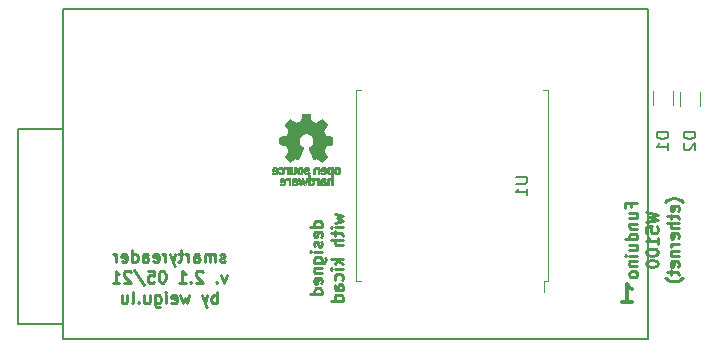
<source format=gbr>
%TF.GenerationSoftware,KiCad,Pcbnew,5.1.9+dfsg1-1*%
%TF.CreationDate,2021-05-22T16:02:53+02:00*%
%TF.ProjectId,smartyreader_ng_lora,736d6172-7479-4726-9561-6465725f6e67,rev?*%
%TF.SameCoordinates,Original*%
%TF.FileFunction,Legend,Bot*%
%TF.FilePolarity,Positive*%
%FSLAX46Y46*%
G04 Gerber Fmt 4.6, Leading zero omitted, Abs format (unit mm)*
G04 Created by KiCad (PCBNEW 5.1.9+dfsg1-1) date 2021-05-22 16:02:53*
%MOMM*%
%LPD*%
G01*
G04 APERTURE LIST*
%ADD10C,0.300000*%
%ADD11C,0.250000*%
%ADD12C,0.120000*%
%ADD13C,0.150000*%
%ADD14C,0.010000*%
G04 APERTURE END LIST*
D10*
X150193428Y-128948571D02*
X151050571Y-128948571D01*
X150622000Y-128948571D02*
X150622000Y-127448571D01*
X150764857Y-127662857D01*
X150907714Y-127805714D01*
X151050571Y-127877142D01*
D11*
X150959571Y-120888476D02*
X150959571Y-120555142D01*
X151483380Y-120555142D02*
X150483380Y-120555142D01*
X150483380Y-121031333D01*
X150816714Y-121840857D02*
X151483380Y-121840857D01*
X150816714Y-121412285D02*
X151340523Y-121412285D01*
X151435761Y-121459904D01*
X151483380Y-121555142D01*
X151483380Y-121698000D01*
X151435761Y-121793238D01*
X151388142Y-121840857D01*
X150816714Y-122317047D02*
X151483380Y-122317047D01*
X150911952Y-122317047D02*
X150864333Y-122364666D01*
X150816714Y-122459904D01*
X150816714Y-122602761D01*
X150864333Y-122698000D01*
X150959571Y-122745619D01*
X151483380Y-122745619D01*
X151483380Y-123650380D02*
X150483380Y-123650380D01*
X151435761Y-123650380D02*
X151483380Y-123555142D01*
X151483380Y-123364666D01*
X151435761Y-123269428D01*
X151388142Y-123221809D01*
X151292904Y-123174190D01*
X151007190Y-123174190D01*
X150911952Y-123221809D01*
X150864333Y-123269428D01*
X150816714Y-123364666D01*
X150816714Y-123555142D01*
X150864333Y-123650380D01*
X150816714Y-124555142D02*
X151483380Y-124555142D01*
X150816714Y-124126571D02*
X151340523Y-124126571D01*
X151435761Y-124174190D01*
X151483380Y-124269428D01*
X151483380Y-124412285D01*
X151435761Y-124507523D01*
X151388142Y-124555142D01*
X151483380Y-125031333D02*
X150816714Y-125031333D01*
X150483380Y-125031333D02*
X150531000Y-124983714D01*
X150578619Y-125031333D01*
X150531000Y-125078952D01*
X150483380Y-125031333D01*
X150578619Y-125031333D01*
X150816714Y-125507523D02*
X151483380Y-125507523D01*
X150911952Y-125507523D02*
X150864333Y-125555142D01*
X150816714Y-125650380D01*
X150816714Y-125793238D01*
X150864333Y-125888476D01*
X150959571Y-125936095D01*
X151483380Y-125936095D01*
X151483380Y-126555142D02*
X151435761Y-126459904D01*
X151388142Y-126412285D01*
X151292904Y-126364666D01*
X151007190Y-126364666D01*
X150911952Y-126412285D01*
X150864333Y-126459904D01*
X150816714Y-126555142D01*
X150816714Y-126698000D01*
X150864333Y-126793238D01*
X150911952Y-126840857D01*
X151007190Y-126888476D01*
X151292904Y-126888476D01*
X151388142Y-126840857D01*
X151435761Y-126793238D01*
X151483380Y-126698000D01*
X151483380Y-126555142D01*
X152233380Y-121364666D02*
X153233380Y-121602761D01*
X152519095Y-121793238D01*
X153233380Y-121983714D01*
X152233380Y-122221809D01*
X152233380Y-123078952D02*
X152233380Y-122602761D01*
X152709571Y-122555142D01*
X152661952Y-122602761D01*
X152614333Y-122698000D01*
X152614333Y-122936095D01*
X152661952Y-123031333D01*
X152709571Y-123078952D01*
X152804809Y-123126571D01*
X153042904Y-123126571D01*
X153138142Y-123078952D01*
X153185761Y-123031333D01*
X153233380Y-122936095D01*
X153233380Y-122698000D01*
X153185761Y-122602761D01*
X153138142Y-122555142D01*
X153233380Y-124078952D02*
X153233380Y-123507523D01*
X153233380Y-123793238D02*
X152233380Y-123793238D01*
X152376238Y-123698000D01*
X152471476Y-123602761D01*
X152519095Y-123507523D01*
X152233380Y-124698000D02*
X152233380Y-124793238D01*
X152281000Y-124888476D01*
X152328619Y-124936095D01*
X152423857Y-124983714D01*
X152614333Y-125031333D01*
X152852428Y-125031333D01*
X153042904Y-124983714D01*
X153138142Y-124936095D01*
X153185761Y-124888476D01*
X153233380Y-124793238D01*
X153233380Y-124698000D01*
X153185761Y-124602761D01*
X153138142Y-124555142D01*
X153042904Y-124507523D01*
X152852428Y-124459904D01*
X152614333Y-124459904D01*
X152423857Y-124507523D01*
X152328619Y-124555142D01*
X152281000Y-124602761D01*
X152233380Y-124698000D01*
X152233380Y-125650380D02*
X152233380Y-125745619D01*
X152281000Y-125840857D01*
X152328619Y-125888476D01*
X152423857Y-125936095D01*
X152614333Y-125983714D01*
X152852428Y-125983714D01*
X153042904Y-125936095D01*
X153138142Y-125888476D01*
X153185761Y-125840857D01*
X153233380Y-125745619D01*
X153233380Y-125650380D01*
X153185761Y-125555142D01*
X153138142Y-125507523D01*
X153042904Y-125459904D01*
X152852428Y-125412285D01*
X152614333Y-125412285D01*
X152423857Y-125459904D01*
X152328619Y-125507523D01*
X152281000Y-125555142D01*
X152233380Y-125650380D01*
X155364333Y-120483714D02*
X155316714Y-120436095D01*
X155173857Y-120340857D01*
X155078619Y-120293238D01*
X154935761Y-120245619D01*
X154697666Y-120198000D01*
X154507190Y-120198000D01*
X154269095Y-120245619D01*
X154126238Y-120293238D01*
X154031000Y-120340857D01*
X153888142Y-120436095D01*
X153840523Y-120483714D01*
X154935761Y-121245619D02*
X154983380Y-121150380D01*
X154983380Y-120959904D01*
X154935761Y-120864666D01*
X154840523Y-120817047D01*
X154459571Y-120817047D01*
X154364333Y-120864666D01*
X154316714Y-120959904D01*
X154316714Y-121150380D01*
X154364333Y-121245619D01*
X154459571Y-121293238D01*
X154554809Y-121293238D01*
X154650047Y-120817047D01*
X154316714Y-121578952D02*
X154316714Y-121959904D01*
X153983380Y-121721809D02*
X154840523Y-121721809D01*
X154935761Y-121769428D01*
X154983380Y-121864666D01*
X154983380Y-121959904D01*
X154983380Y-122293238D02*
X153983380Y-122293238D01*
X154983380Y-122721809D02*
X154459571Y-122721809D01*
X154364333Y-122674190D01*
X154316714Y-122578952D01*
X154316714Y-122436095D01*
X154364333Y-122340857D01*
X154411952Y-122293238D01*
X154935761Y-123578952D02*
X154983380Y-123483714D01*
X154983380Y-123293238D01*
X154935761Y-123198000D01*
X154840523Y-123150380D01*
X154459571Y-123150380D01*
X154364333Y-123198000D01*
X154316714Y-123293238D01*
X154316714Y-123483714D01*
X154364333Y-123578952D01*
X154459571Y-123626571D01*
X154554809Y-123626571D01*
X154650047Y-123150380D01*
X154983380Y-124055142D02*
X154316714Y-124055142D01*
X154507190Y-124055142D02*
X154411952Y-124102761D01*
X154364333Y-124150380D01*
X154316714Y-124245619D01*
X154316714Y-124340857D01*
X154316714Y-124674190D02*
X154983380Y-124674190D01*
X154411952Y-124674190D02*
X154364333Y-124721809D01*
X154316714Y-124817047D01*
X154316714Y-124959904D01*
X154364333Y-125055142D01*
X154459571Y-125102761D01*
X154983380Y-125102761D01*
X154935761Y-125959904D02*
X154983380Y-125864666D01*
X154983380Y-125674190D01*
X154935761Y-125578952D01*
X154840523Y-125531333D01*
X154459571Y-125531333D01*
X154364333Y-125578952D01*
X154316714Y-125674190D01*
X154316714Y-125864666D01*
X154364333Y-125959904D01*
X154459571Y-126007523D01*
X154554809Y-126007523D01*
X154650047Y-125531333D01*
X154316714Y-126293238D02*
X154316714Y-126674190D01*
X153983380Y-126436095D02*
X154840523Y-126436095D01*
X154935761Y-126483714D01*
X154983380Y-126578952D01*
X154983380Y-126674190D01*
X155364333Y-126912285D02*
X155316714Y-126959904D01*
X155173857Y-127055142D01*
X155078619Y-127102761D01*
X154935761Y-127150380D01*
X154697666Y-127198000D01*
X154507190Y-127198000D01*
X154269095Y-127150380D01*
X154126238Y-127102761D01*
X154031000Y-127055142D01*
X153888142Y-126959904D01*
X153840523Y-126912285D01*
X124799380Y-122579142D02*
X123799380Y-122579142D01*
X124751761Y-122579142D02*
X124799380Y-122483904D01*
X124799380Y-122293428D01*
X124751761Y-122198190D01*
X124704142Y-122150571D01*
X124608904Y-122102952D01*
X124323190Y-122102952D01*
X124227952Y-122150571D01*
X124180333Y-122198190D01*
X124132714Y-122293428D01*
X124132714Y-122483904D01*
X124180333Y-122579142D01*
X124751761Y-123436285D02*
X124799380Y-123341047D01*
X124799380Y-123150571D01*
X124751761Y-123055333D01*
X124656523Y-123007714D01*
X124275571Y-123007714D01*
X124180333Y-123055333D01*
X124132714Y-123150571D01*
X124132714Y-123341047D01*
X124180333Y-123436285D01*
X124275571Y-123483904D01*
X124370809Y-123483904D01*
X124466047Y-123007714D01*
X124751761Y-123864857D02*
X124799380Y-123960095D01*
X124799380Y-124150571D01*
X124751761Y-124245809D01*
X124656523Y-124293428D01*
X124608904Y-124293428D01*
X124513666Y-124245809D01*
X124466047Y-124150571D01*
X124466047Y-124007714D01*
X124418428Y-123912476D01*
X124323190Y-123864857D01*
X124275571Y-123864857D01*
X124180333Y-123912476D01*
X124132714Y-124007714D01*
X124132714Y-124150571D01*
X124180333Y-124245809D01*
X124799380Y-124722000D02*
X124132714Y-124722000D01*
X123799380Y-124722000D02*
X123847000Y-124674380D01*
X123894619Y-124722000D01*
X123847000Y-124769619D01*
X123799380Y-124722000D01*
X123894619Y-124722000D01*
X124132714Y-125626761D02*
X124942238Y-125626761D01*
X125037476Y-125579142D01*
X125085095Y-125531523D01*
X125132714Y-125436285D01*
X125132714Y-125293428D01*
X125085095Y-125198190D01*
X124751761Y-125626761D02*
X124799380Y-125531523D01*
X124799380Y-125341047D01*
X124751761Y-125245809D01*
X124704142Y-125198190D01*
X124608904Y-125150571D01*
X124323190Y-125150571D01*
X124227952Y-125198190D01*
X124180333Y-125245809D01*
X124132714Y-125341047D01*
X124132714Y-125531523D01*
X124180333Y-125626761D01*
X124132714Y-126102952D02*
X124799380Y-126102952D01*
X124227952Y-126102952D02*
X124180333Y-126150571D01*
X124132714Y-126245809D01*
X124132714Y-126388666D01*
X124180333Y-126483904D01*
X124275571Y-126531523D01*
X124799380Y-126531523D01*
X124751761Y-127388666D02*
X124799380Y-127293428D01*
X124799380Y-127102952D01*
X124751761Y-127007714D01*
X124656523Y-126960095D01*
X124275571Y-126960095D01*
X124180333Y-127007714D01*
X124132714Y-127102952D01*
X124132714Y-127293428D01*
X124180333Y-127388666D01*
X124275571Y-127436285D01*
X124370809Y-127436285D01*
X124466047Y-126960095D01*
X124799380Y-128293428D02*
X123799380Y-128293428D01*
X124751761Y-128293428D02*
X124799380Y-128198190D01*
X124799380Y-128007714D01*
X124751761Y-127912476D01*
X124704142Y-127864857D01*
X124608904Y-127817238D01*
X124323190Y-127817238D01*
X124227952Y-127864857D01*
X124180333Y-127912476D01*
X124132714Y-128007714D01*
X124132714Y-128198190D01*
X124180333Y-128293428D01*
X125882714Y-121507714D02*
X126549380Y-121698190D01*
X126073190Y-121888666D01*
X126549380Y-122079142D01*
X125882714Y-122269619D01*
X126549380Y-122650571D02*
X125882714Y-122650571D01*
X125549380Y-122650571D02*
X125597000Y-122602952D01*
X125644619Y-122650571D01*
X125597000Y-122698190D01*
X125549380Y-122650571D01*
X125644619Y-122650571D01*
X125882714Y-122983904D02*
X125882714Y-123364857D01*
X125549380Y-123126761D02*
X126406523Y-123126761D01*
X126501761Y-123174380D01*
X126549380Y-123269619D01*
X126549380Y-123364857D01*
X126549380Y-123698190D02*
X125549380Y-123698190D01*
X126549380Y-124126761D02*
X126025571Y-124126761D01*
X125930333Y-124079142D01*
X125882714Y-123983904D01*
X125882714Y-123841047D01*
X125930333Y-123745809D01*
X125977952Y-123698190D01*
X126549380Y-125364857D02*
X125549380Y-125364857D01*
X126168428Y-125460095D02*
X126549380Y-125745809D01*
X125882714Y-125745809D02*
X126263666Y-125364857D01*
X126549380Y-126174380D02*
X125882714Y-126174380D01*
X125549380Y-126174380D02*
X125597000Y-126126761D01*
X125644619Y-126174380D01*
X125597000Y-126222000D01*
X125549380Y-126174380D01*
X125644619Y-126174380D01*
X126501761Y-127079142D02*
X126549380Y-126983904D01*
X126549380Y-126793428D01*
X126501761Y-126698190D01*
X126454142Y-126650571D01*
X126358904Y-126602952D01*
X126073190Y-126602952D01*
X125977952Y-126650571D01*
X125930333Y-126698190D01*
X125882714Y-126793428D01*
X125882714Y-126983904D01*
X125930333Y-127079142D01*
X126549380Y-127936285D02*
X126025571Y-127936285D01*
X125930333Y-127888666D01*
X125882714Y-127793428D01*
X125882714Y-127602952D01*
X125930333Y-127507714D01*
X126501761Y-127936285D02*
X126549380Y-127841047D01*
X126549380Y-127602952D01*
X126501761Y-127507714D01*
X126406523Y-127460095D01*
X126311285Y-127460095D01*
X126216047Y-127507714D01*
X126168428Y-127602952D01*
X126168428Y-127841047D01*
X126120809Y-127936285D01*
X126549380Y-128841047D02*
X125549380Y-128841047D01*
X126501761Y-128841047D02*
X126549380Y-128745809D01*
X126549380Y-128555333D01*
X126501761Y-128460095D01*
X126454142Y-128412476D01*
X126358904Y-128364857D01*
X126073190Y-128364857D01*
X125977952Y-128412476D01*
X125930333Y-128460095D01*
X125882714Y-128555333D01*
X125882714Y-128745809D01*
X125930333Y-128841047D01*
X116577476Y-125527761D02*
X116482238Y-125575380D01*
X116291761Y-125575380D01*
X116196523Y-125527761D01*
X116148904Y-125432523D01*
X116148904Y-125384904D01*
X116196523Y-125289666D01*
X116291761Y-125242047D01*
X116434619Y-125242047D01*
X116529857Y-125194428D01*
X116577476Y-125099190D01*
X116577476Y-125051571D01*
X116529857Y-124956333D01*
X116434619Y-124908714D01*
X116291761Y-124908714D01*
X116196523Y-124956333D01*
X115720333Y-125575380D02*
X115720333Y-124908714D01*
X115720333Y-125003952D02*
X115672714Y-124956333D01*
X115577476Y-124908714D01*
X115434619Y-124908714D01*
X115339380Y-124956333D01*
X115291761Y-125051571D01*
X115291761Y-125575380D01*
X115291761Y-125051571D02*
X115244142Y-124956333D01*
X115148904Y-124908714D01*
X115006047Y-124908714D01*
X114910809Y-124956333D01*
X114863190Y-125051571D01*
X114863190Y-125575380D01*
X113958428Y-125575380D02*
X113958428Y-125051571D01*
X114006047Y-124956333D01*
X114101285Y-124908714D01*
X114291761Y-124908714D01*
X114387000Y-124956333D01*
X113958428Y-125527761D02*
X114053666Y-125575380D01*
X114291761Y-125575380D01*
X114387000Y-125527761D01*
X114434619Y-125432523D01*
X114434619Y-125337285D01*
X114387000Y-125242047D01*
X114291761Y-125194428D01*
X114053666Y-125194428D01*
X113958428Y-125146809D01*
X113482238Y-125575380D02*
X113482238Y-124908714D01*
X113482238Y-125099190D02*
X113434619Y-125003952D01*
X113387000Y-124956333D01*
X113291761Y-124908714D01*
X113196523Y-124908714D01*
X113006047Y-124908714D02*
X112625095Y-124908714D01*
X112863190Y-124575380D02*
X112863190Y-125432523D01*
X112815571Y-125527761D01*
X112720333Y-125575380D01*
X112625095Y-125575380D01*
X112386999Y-124908714D02*
X112148904Y-125575380D01*
X111910809Y-124908714D02*
X112148904Y-125575380D01*
X112244142Y-125813476D01*
X112291761Y-125861095D01*
X112386999Y-125908714D01*
X111529857Y-125575380D02*
X111529857Y-124908714D01*
X111529857Y-125099190D02*
X111482238Y-125003952D01*
X111434619Y-124956333D01*
X111339380Y-124908714D01*
X111244142Y-124908714D01*
X110529857Y-125527761D02*
X110625095Y-125575380D01*
X110815571Y-125575380D01*
X110910809Y-125527761D01*
X110958428Y-125432523D01*
X110958428Y-125051571D01*
X110910809Y-124956333D01*
X110815571Y-124908714D01*
X110625095Y-124908714D01*
X110529857Y-124956333D01*
X110482238Y-125051571D01*
X110482238Y-125146809D01*
X110958428Y-125242047D01*
X109625095Y-125575380D02*
X109625095Y-125051571D01*
X109672714Y-124956333D01*
X109767952Y-124908714D01*
X109958428Y-124908714D01*
X110053666Y-124956333D01*
X109625095Y-125527761D02*
X109720333Y-125575380D01*
X109958428Y-125575380D01*
X110053666Y-125527761D01*
X110101285Y-125432523D01*
X110101285Y-125337285D01*
X110053666Y-125242047D01*
X109958428Y-125194428D01*
X109720333Y-125194428D01*
X109625095Y-125146809D01*
X108720333Y-125575380D02*
X108720333Y-124575380D01*
X108720333Y-125527761D02*
X108815571Y-125575380D01*
X109006047Y-125575380D01*
X109101285Y-125527761D01*
X109148904Y-125480142D01*
X109196523Y-125384904D01*
X109196523Y-125099190D01*
X109148904Y-125003952D01*
X109101285Y-124956333D01*
X109006047Y-124908714D01*
X108815571Y-124908714D01*
X108720333Y-124956333D01*
X107863190Y-125527761D02*
X107958428Y-125575380D01*
X108148904Y-125575380D01*
X108244142Y-125527761D01*
X108291761Y-125432523D01*
X108291761Y-125051571D01*
X108244142Y-124956333D01*
X108148904Y-124908714D01*
X107958428Y-124908714D01*
X107863190Y-124956333D01*
X107815571Y-125051571D01*
X107815571Y-125146809D01*
X108291761Y-125242047D01*
X107386999Y-125575380D02*
X107386999Y-124908714D01*
X107386999Y-125099190D02*
X107339380Y-125003952D01*
X107291761Y-124956333D01*
X107196523Y-124908714D01*
X107101285Y-124908714D01*
X116744142Y-126658714D02*
X116506047Y-127325380D01*
X116267952Y-126658714D01*
X115887000Y-127230142D02*
X115839380Y-127277761D01*
X115887000Y-127325380D01*
X115934619Y-127277761D01*
X115887000Y-127230142D01*
X115887000Y-127325380D01*
X114696523Y-126420619D02*
X114648904Y-126373000D01*
X114553666Y-126325380D01*
X114315571Y-126325380D01*
X114220333Y-126373000D01*
X114172714Y-126420619D01*
X114125095Y-126515857D01*
X114125095Y-126611095D01*
X114172714Y-126753952D01*
X114744142Y-127325380D01*
X114125095Y-127325380D01*
X113696523Y-127230142D02*
X113648904Y-127277761D01*
X113696523Y-127325380D01*
X113744142Y-127277761D01*
X113696523Y-127230142D01*
X113696523Y-127325380D01*
X112696523Y-127325380D02*
X113267952Y-127325380D01*
X112982238Y-127325380D02*
X112982238Y-126325380D01*
X113077476Y-126468238D01*
X113172714Y-126563476D01*
X113267952Y-126611095D01*
X111315571Y-126325380D02*
X111220333Y-126325380D01*
X111125095Y-126373000D01*
X111077476Y-126420619D01*
X111029857Y-126515857D01*
X110982238Y-126706333D01*
X110982238Y-126944428D01*
X111029857Y-127134904D01*
X111077476Y-127230142D01*
X111125095Y-127277761D01*
X111220333Y-127325380D01*
X111315571Y-127325380D01*
X111410809Y-127277761D01*
X111458428Y-127230142D01*
X111506047Y-127134904D01*
X111553666Y-126944428D01*
X111553666Y-126706333D01*
X111506047Y-126515857D01*
X111458428Y-126420619D01*
X111410809Y-126373000D01*
X111315571Y-126325380D01*
X110077476Y-126325380D02*
X110553666Y-126325380D01*
X110601285Y-126801571D01*
X110553666Y-126753952D01*
X110458428Y-126706333D01*
X110220333Y-126706333D01*
X110125095Y-126753952D01*
X110077476Y-126801571D01*
X110029857Y-126896809D01*
X110029857Y-127134904D01*
X110077476Y-127230142D01*
X110125095Y-127277761D01*
X110220333Y-127325380D01*
X110458428Y-127325380D01*
X110553666Y-127277761D01*
X110601285Y-127230142D01*
X108887000Y-126277761D02*
X109744142Y-127563476D01*
X108601285Y-126420619D02*
X108553666Y-126373000D01*
X108458428Y-126325380D01*
X108220333Y-126325380D01*
X108125095Y-126373000D01*
X108077476Y-126420619D01*
X108029857Y-126515857D01*
X108029857Y-126611095D01*
X108077476Y-126753952D01*
X108648904Y-127325380D01*
X108029857Y-127325380D01*
X107077476Y-127325380D02*
X107648904Y-127325380D01*
X107363190Y-127325380D02*
X107363190Y-126325380D01*
X107458428Y-126468238D01*
X107553666Y-126563476D01*
X107648904Y-126611095D01*
X115910809Y-129075380D02*
X115910809Y-128075380D01*
X115910809Y-128456333D02*
X115815571Y-128408714D01*
X115625095Y-128408714D01*
X115529857Y-128456333D01*
X115482238Y-128503952D01*
X115434619Y-128599190D01*
X115434619Y-128884904D01*
X115482238Y-128980142D01*
X115529857Y-129027761D01*
X115625095Y-129075380D01*
X115815571Y-129075380D01*
X115910809Y-129027761D01*
X115101285Y-128408714D02*
X114863190Y-129075380D01*
X114625095Y-128408714D02*
X114863190Y-129075380D01*
X114958428Y-129313476D01*
X115006047Y-129361095D01*
X115101285Y-129408714D01*
X113577476Y-128408714D02*
X113387000Y-129075380D01*
X113196523Y-128599190D01*
X113006047Y-129075380D01*
X112815571Y-128408714D01*
X112053666Y-129027761D02*
X112148904Y-129075380D01*
X112339380Y-129075380D01*
X112434619Y-129027761D01*
X112482238Y-128932523D01*
X112482238Y-128551571D01*
X112434619Y-128456333D01*
X112339380Y-128408714D01*
X112148904Y-128408714D01*
X112053666Y-128456333D01*
X112006047Y-128551571D01*
X112006047Y-128646809D01*
X112482238Y-128742047D01*
X111577476Y-129075380D02*
X111577476Y-128408714D01*
X111577476Y-128075380D02*
X111625095Y-128123000D01*
X111577476Y-128170619D01*
X111529857Y-128123000D01*
X111577476Y-128075380D01*
X111577476Y-128170619D01*
X110672714Y-128408714D02*
X110672714Y-129218238D01*
X110720333Y-129313476D01*
X110767952Y-129361095D01*
X110863190Y-129408714D01*
X111006047Y-129408714D01*
X111101285Y-129361095D01*
X110672714Y-129027761D02*
X110767952Y-129075380D01*
X110958428Y-129075380D01*
X111053666Y-129027761D01*
X111101285Y-128980142D01*
X111148904Y-128884904D01*
X111148904Y-128599190D01*
X111101285Y-128503952D01*
X111053666Y-128456333D01*
X110958428Y-128408714D01*
X110767952Y-128408714D01*
X110672714Y-128456333D01*
X109767952Y-128408714D02*
X109767952Y-129075380D01*
X110196523Y-128408714D02*
X110196523Y-128932523D01*
X110148904Y-129027761D01*
X110053666Y-129075380D01*
X109910809Y-129075380D01*
X109815571Y-129027761D01*
X109767952Y-128980142D01*
X109291761Y-128980142D02*
X109244142Y-129027761D01*
X109291761Y-129075380D01*
X109339380Y-129027761D01*
X109291761Y-128980142D01*
X109291761Y-129075380D01*
X108672714Y-129075380D02*
X108767952Y-129027761D01*
X108815571Y-128932523D01*
X108815571Y-128075380D01*
X107863190Y-128408714D02*
X107863190Y-129075380D01*
X108291761Y-128408714D02*
X108291761Y-128932523D01*
X108244142Y-129027761D01*
X108148904Y-129075380D01*
X108006047Y-129075380D01*
X107910809Y-129027761D01*
X107863190Y-128980142D01*
D12*
%TO.C,D2*%
X156836000Y-112360000D02*
X156836000Y-111160000D01*
X155076000Y-111160000D02*
X155076000Y-112360000D01*
%TO.C,D1*%
X152790000Y-111080000D02*
X152790000Y-112280000D01*
X154550000Y-112280000D02*
X154550000Y-111080000D01*
D13*
%TO.C,J3*%
X152400000Y-104140000D02*
X102870000Y-104140000D01*
X152400000Y-132080000D02*
X102870000Y-132080000D01*
X102870000Y-104140000D02*
X102870000Y-132080000D01*
X99060000Y-114300000D02*
X102870000Y-114300000D01*
X99060000Y-130810000D02*
X99060000Y-114300000D01*
X102870000Y-130810000D02*
X99060000Y-130810000D01*
X152400000Y-104140000D02*
X152400000Y-132080000D01*
D12*
%TO.C,U1*%
X143910000Y-127226000D02*
X143910000Y-111026000D01*
X143910000Y-111026000D02*
X143510000Y-111026000D01*
X128110000Y-127226000D02*
X127710000Y-127226000D01*
X127710000Y-127226000D02*
X127710000Y-111026000D01*
X127710000Y-111026000D02*
X128110000Y-111026000D01*
X143910000Y-127226000D02*
X143560000Y-127226000D01*
X143560000Y-127226000D02*
X143560000Y-128126000D01*
D14*
%TO.C,LOGO?1*%
G36*
X125352759Y-117547184D02*
G01*
X125326247Y-117560282D01*
X125293553Y-117583106D01*
X125269725Y-117607996D01*
X125253406Y-117639249D01*
X125243240Y-117681166D01*
X125237872Y-117738044D01*
X125235944Y-117814184D01*
X125235831Y-117846917D01*
X125236161Y-117918656D01*
X125237527Y-117969927D01*
X125240500Y-118005404D01*
X125245649Y-118029763D01*
X125253543Y-118047680D01*
X125261757Y-118059902D01*
X125314187Y-118111905D01*
X125375930Y-118143184D01*
X125442536Y-118152592D01*
X125509558Y-118138980D01*
X125530792Y-118129354D01*
X125581624Y-118102859D01*
X125581624Y-118518052D01*
X125544525Y-118498868D01*
X125495643Y-118484025D01*
X125435561Y-118480222D01*
X125375564Y-118487243D01*
X125330256Y-118503013D01*
X125292675Y-118533047D01*
X125260564Y-118576024D01*
X125258150Y-118580436D01*
X125247967Y-118601221D01*
X125240530Y-118622170D01*
X125235411Y-118647548D01*
X125232181Y-118681618D01*
X125230413Y-118728641D01*
X125229677Y-118792882D01*
X125229544Y-118865176D01*
X125229544Y-119095822D01*
X125367861Y-119095822D01*
X125367861Y-118670533D01*
X125406549Y-118637979D01*
X125446738Y-118611940D01*
X125484797Y-118607205D01*
X125523066Y-118619389D01*
X125543462Y-118631320D01*
X125558642Y-118648313D01*
X125569438Y-118673995D01*
X125576683Y-118711991D01*
X125581208Y-118765926D01*
X125583844Y-118839425D01*
X125584772Y-118888347D01*
X125587911Y-119089535D01*
X125653926Y-119093336D01*
X125719940Y-119097136D01*
X125719940Y-117848650D01*
X125581624Y-117848650D01*
X125578097Y-117918254D01*
X125566215Y-117966569D01*
X125544020Y-117996631D01*
X125509559Y-118011471D01*
X125474742Y-118014436D01*
X125435329Y-118011028D01*
X125409171Y-117997617D01*
X125392814Y-117979896D01*
X125379937Y-117960835D01*
X125372272Y-117939601D01*
X125368861Y-117909849D01*
X125368749Y-117865236D01*
X125369897Y-117827880D01*
X125372532Y-117771604D01*
X125376456Y-117734658D01*
X125383063Y-117711223D01*
X125393749Y-117695480D01*
X125403833Y-117686380D01*
X125445970Y-117666537D01*
X125495840Y-117663332D01*
X125524476Y-117670168D01*
X125552828Y-117694464D01*
X125571609Y-117741728D01*
X125580712Y-117811624D01*
X125581624Y-117848650D01*
X125719940Y-117848650D01*
X125719940Y-117536614D01*
X125650782Y-117536614D01*
X125609260Y-117538256D01*
X125587838Y-117544087D01*
X125581626Y-117555461D01*
X125581624Y-117555798D01*
X125578742Y-117566938D01*
X125566030Y-117565673D01*
X125540757Y-117553433D01*
X125481869Y-117534707D01*
X125415615Y-117532739D01*
X125352759Y-117547184D01*
G37*
X125352759Y-117547184D02*
X125326247Y-117560282D01*
X125293553Y-117583106D01*
X125269725Y-117607996D01*
X125253406Y-117639249D01*
X125243240Y-117681166D01*
X125237872Y-117738044D01*
X125235944Y-117814184D01*
X125235831Y-117846917D01*
X125236161Y-117918656D01*
X125237527Y-117969927D01*
X125240500Y-118005404D01*
X125245649Y-118029763D01*
X125253543Y-118047680D01*
X125261757Y-118059902D01*
X125314187Y-118111905D01*
X125375930Y-118143184D01*
X125442536Y-118152592D01*
X125509558Y-118138980D01*
X125530792Y-118129354D01*
X125581624Y-118102859D01*
X125581624Y-118518052D01*
X125544525Y-118498868D01*
X125495643Y-118484025D01*
X125435561Y-118480222D01*
X125375564Y-118487243D01*
X125330256Y-118503013D01*
X125292675Y-118533047D01*
X125260564Y-118576024D01*
X125258150Y-118580436D01*
X125247967Y-118601221D01*
X125240530Y-118622170D01*
X125235411Y-118647548D01*
X125232181Y-118681618D01*
X125230413Y-118728641D01*
X125229677Y-118792882D01*
X125229544Y-118865176D01*
X125229544Y-119095822D01*
X125367861Y-119095822D01*
X125367861Y-118670533D01*
X125406549Y-118637979D01*
X125446738Y-118611940D01*
X125484797Y-118607205D01*
X125523066Y-118619389D01*
X125543462Y-118631320D01*
X125558642Y-118648313D01*
X125569438Y-118673995D01*
X125576683Y-118711991D01*
X125581208Y-118765926D01*
X125583844Y-118839425D01*
X125584772Y-118888347D01*
X125587911Y-119089535D01*
X125653926Y-119093336D01*
X125719940Y-119097136D01*
X125719940Y-117848650D01*
X125581624Y-117848650D01*
X125578097Y-117918254D01*
X125566215Y-117966569D01*
X125544020Y-117996631D01*
X125509559Y-118011471D01*
X125474742Y-118014436D01*
X125435329Y-118011028D01*
X125409171Y-117997617D01*
X125392814Y-117979896D01*
X125379937Y-117960835D01*
X125372272Y-117939601D01*
X125368861Y-117909849D01*
X125368749Y-117865236D01*
X125369897Y-117827880D01*
X125372532Y-117771604D01*
X125376456Y-117734658D01*
X125383063Y-117711223D01*
X125393749Y-117695480D01*
X125403833Y-117686380D01*
X125445970Y-117666537D01*
X125495840Y-117663332D01*
X125524476Y-117670168D01*
X125552828Y-117694464D01*
X125571609Y-117741728D01*
X125580712Y-117811624D01*
X125581624Y-117848650D01*
X125719940Y-117848650D01*
X125719940Y-117536614D01*
X125650782Y-117536614D01*
X125609260Y-117538256D01*
X125587838Y-117544087D01*
X125581626Y-117555461D01*
X125581624Y-117555798D01*
X125578742Y-117566938D01*
X125566030Y-117565673D01*
X125540757Y-117553433D01*
X125481869Y-117534707D01*
X125415615Y-117532739D01*
X125352759Y-117547184D01*
G36*
X124828210Y-118484555D02*
G01*
X124769055Y-118500339D01*
X124724023Y-118528948D01*
X124692246Y-118566419D01*
X124682366Y-118582411D01*
X124675073Y-118599163D01*
X124669974Y-118620592D01*
X124666679Y-118650616D01*
X124664797Y-118693154D01*
X124663937Y-118752122D01*
X124663707Y-118831440D01*
X124663703Y-118852484D01*
X124663703Y-119095822D01*
X124724059Y-119095822D01*
X124762557Y-119093126D01*
X124791023Y-119086295D01*
X124798155Y-119082083D01*
X124817652Y-119074813D01*
X124837566Y-119082083D01*
X124870353Y-119091160D01*
X124917978Y-119094813D01*
X124970764Y-119093228D01*
X125019036Y-119086589D01*
X125047218Y-119078072D01*
X125101753Y-119043063D01*
X125135835Y-118994479D01*
X125151157Y-118929882D01*
X125151299Y-118928223D01*
X125149955Y-118899566D01*
X125028356Y-118899566D01*
X125017726Y-118932161D01*
X125000410Y-118950505D01*
X124965652Y-118964379D01*
X124919773Y-118969917D01*
X124872988Y-118967191D01*
X124835514Y-118956274D01*
X124825015Y-118949269D01*
X124806668Y-118916904D01*
X124802020Y-118880111D01*
X124802020Y-118831763D01*
X124871582Y-118831763D01*
X124937667Y-118836850D01*
X124987764Y-118851263D01*
X125018929Y-118873729D01*
X125028356Y-118899566D01*
X125149955Y-118899566D01*
X125147987Y-118857647D01*
X125124710Y-118801845D01*
X125080948Y-118759647D01*
X125074899Y-118755808D01*
X125048907Y-118743309D01*
X125016735Y-118735740D01*
X124971760Y-118732061D01*
X124918331Y-118731216D01*
X124802020Y-118731169D01*
X124802020Y-118682411D01*
X124806953Y-118644581D01*
X124819543Y-118619236D01*
X124821017Y-118617887D01*
X124849034Y-118606800D01*
X124891326Y-118602503D01*
X124938064Y-118604615D01*
X124979418Y-118612756D01*
X125003957Y-118624965D01*
X125017253Y-118634746D01*
X125031294Y-118636613D01*
X125050671Y-118628600D01*
X125079976Y-118608739D01*
X125123803Y-118575063D01*
X125127825Y-118571909D01*
X125125764Y-118560236D01*
X125108568Y-118540822D01*
X125082433Y-118519248D01*
X125053552Y-118501096D01*
X125044478Y-118496809D01*
X125011380Y-118488256D01*
X124962880Y-118482155D01*
X124908695Y-118479708D01*
X124906161Y-118479703D01*
X124828210Y-118484555D01*
G37*
X124828210Y-118484555D02*
X124769055Y-118500339D01*
X124724023Y-118528948D01*
X124692246Y-118566419D01*
X124682366Y-118582411D01*
X124675073Y-118599163D01*
X124669974Y-118620592D01*
X124666679Y-118650616D01*
X124664797Y-118693154D01*
X124663937Y-118752122D01*
X124663707Y-118831440D01*
X124663703Y-118852484D01*
X124663703Y-119095822D01*
X124724059Y-119095822D01*
X124762557Y-119093126D01*
X124791023Y-119086295D01*
X124798155Y-119082083D01*
X124817652Y-119074813D01*
X124837566Y-119082083D01*
X124870353Y-119091160D01*
X124917978Y-119094813D01*
X124970764Y-119093228D01*
X125019036Y-119086589D01*
X125047218Y-119078072D01*
X125101753Y-119043063D01*
X125135835Y-118994479D01*
X125151157Y-118929882D01*
X125151299Y-118928223D01*
X125149955Y-118899566D01*
X125028356Y-118899566D01*
X125017726Y-118932161D01*
X125000410Y-118950505D01*
X124965652Y-118964379D01*
X124919773Y-118969917D01*
X124872988Y-118967191D01*
X124835514Y-118956274D01*
X124825015Y-118949269D01*
X124806668Y-118916904D01*
X124802020Y-118880111D01*
X124802020Y-118831763D01*
X124871582Y-118831763D01*
X124937667Y-118836850D01*
X124987764Y-118851263D01*
X125018929Y-118873729D01*
X125028356Y-118899566D01*
X125149955Y-118899566D01*
X125147987Y-118857647D01*
X125124710Y-118801845D01*
X125080948Y-118759647D01*
X125074899Y-118755808D01*
X125048907Y-118743309D01*
X125016735Y-118735740D01*
X124971760Y-118732061D01*
X124918331Y-118731216D01*
X124802020Y-118731169D01*
X124802020Y-118682411D01*
X124806953Y-118644581D01*
X124819543Y-118619236D01*
X124821017Y-118617887D01*
X124849034Y-118606800D01*
X124891326Y-118602503D01*
X124938064Y-118604615D01*
X124979418Y-118612756D01*
X125003957Y-118624965D01*
X125017253Y-118634746D01*
X125031294Y-118636613D01*
X125050671Y-118628600D01*
X125079976Y-118608739D01*
X125123803Y-118575063D01*
X125127825Y-118571909D01*
X125125764Y-118560236D01*
X125108568Y-118540822D01*
X125082433Y-118519248D01*
X125053552Y-118501096D01*
X125044478Y-118496809D01*
X125011380Y-118488256D01*
X124962880Y-118482155D01*
X124908695Y-118479708D01*
X124906161Y-118479703D01*
X124828210Y-118484555D01*
G36*
X124437356Y-118481020D02*
G01*
X124418539Y-118486660D01*
X124412473Y-118499053D01*
X124412218Y-118504647D01*
X124411129Y-118520230D01*
X124403632Y-118522676D01*
X124383381Y-118511993D01*
X124371351Y-118504694D01*
X124333400Y-118489063D01*
X124288072Y-118481334D01*
X124240544Y-118480740D01*
X124195995Y-118486513D01*
X124159602Y-118497884D01*
X124136543Y-118514088D01*
X124131996Y-118534355D01*
X124134291Y-118539843D01*
X124151020Y-118562626D01*
X124176963Y-118590647D01*
X124181655Y-118595177D01*
X124206383Y-118616005D01*
X124227718Y-118622735D01*
X124257555Y-118618038D01*
X124269508Y-118614917D01*
X124306705Y-118607421D01*
X124332859Y-118610792D01*
X124354946Y-118622681D01*
X124375178Y-118638635D01*
X124390079Y-118658700D01*
X124400434Y-118686702D01*
X124407029Y-118726467D01*
X124410649Y-118781823D01*
X124412078Y-118856594D01*
X124412218Y-118901740D01*
X124412218Y-119095822D01*
X124537960Y-119095822D01*
X124537960Y-118479683D01*
X124475089Y-118479683D01*
X124437356Y-118481020D01*
G37*
X124437356Y-118481020D02*
X124418539Y-118486660D01*
X124412473Y-118499053D01*
X124412218Y-118504647D01*
X124411129Y-118520230D01*
X124403632Y-118522676D01*
X124383381Y-118511993D01*
X124371351Y-118504694D01*
X124333400Y-118489063D01*
X124288072Y-118481334D01*
X124240544Y-118480740D01*
X124195995Y-118486513D01*
X124159602Y-118497884D01*
X124136543Y-118514088D01*
X124131996Y-118534355D01*
X124134291Y-118539843D01*
X124151020Y-118562626D01*
X124176963Y-118590647D01*
X124181655Y-118595177D01*
X124206383Y-118616005D01*
X124227718Y-118622735D01*
X124257555Y-118618038D01*
X124269508Y-118614917D01*
X124306705Y-118607421D01*
X124332859Y-118610792D01*
X124354946Y-118622681D01*
X124375178Y-118638635D01*
X124390079Y-118658700D01*
X124400434Y-118686702D01*
X124407029Y-118726467D01*
X124410649Y-118781823D01*
X124412078Y-118856594D01*
X124412218Y-118901740D01*
X124412218Y-119095822D01*
X124537960Y-119095822D01*
X124537960Y-118479683D01*
X124475089Y-118479683D01*
X124437356Y-118481020D01*
G36*
X123645188Y-119095822D02*
G01*
X123714346Y-119095822D01*
X123754488Y-119094645D01*
X123775394Y-119089772D01*
X123782922Y-119079186D01*
X123783505Y-119072029D01*
X123784774Y-119057676D01*
X123792779Y-119054923D01*
X123813815Y-119063771D01*
X123830173Y-119072029D01*
X123892977Y-119091597D01*
X123961248Y-119092729D01*
X124016752Y-119078135D01*
X124068438Y-119042877D01*
X124107838Y-118990835D01*
X124129413Y-118929450D01*
X124129962Y-118926018D01*
X124133167Y-118888571D01*
X124134761Y-118834813D01*
X124134633Y-118794155D01*
X123997279Y-118794155D01*
X123994097Y-118848194D01*
X123986859Y-118892735D01*
X123977060Y-118917888D01*
X123939989Y-118952260D01*
X123895974Y-118964582D01*
X123850584Y-118954618D01*
X123811797Y-118924895D01*
X123797108Y-118904905D01*
X123788519Y-118881050D01*
X123784496Y-118846230D01*
X123783505Y-118793930D01*
X123785278Y-118742139D01*
X123789963Y-118696634D01*
X123796603Y-118666181D01*
X123797710Y-118663452D01*
X123824491Y-118631000D01*
X123863579Y-118613183D01*
X123907315Y-118610306D01*
X123948038Y-118622674D01*
X123978087Y-118650593D01*
X123981204Y-118656148D01*
X123990961Y-118690022D01*
X123996277Y-118738728D01*
X123997279Y-118794155D01*
X124134633Y-118794155D01*
X124134568Y-118773540D01*
X124133664Y-118740563D01*
X124127514Y-118658981D01*
X124114733Y-118597730D01*
X124093471Y-118552449D01*
X124061878Y-118518779D01*
X124031207Y-118499014D01*
X123988354Y-118485120D01*
X123935056Y-118480354D01*
X123880480Y-118484236D01*
X123833792Y-118496282D01*
X123809124Y-118510693D01*
X123783505Y-118533878D01*
X123783505Y-118240773D01*
X123645188Y-118240773D01*
X123645188Y-119095822D01*
G37*
X123645188Y-119095822D02*
X123714346Y-119095822D01*
X123754488Y-119094645D01*
X123775394Y-119089772D01*
X123782922Y-119079186D01*
X123783505Y-119072029D01*
X123784774Y-119057676D01*
X123792779Y-119054923D01*
X123813815Y-119063771D01*
X123830173Y-119072029D01*
X123892977Y-119091597D01*
X123961248Y-119092729D01*
X124016752Y-119078135D01*
X124068438Y-119042877D01*
X124107838Y-118990835D01*
X124129413Y-118929450D01*
X124129962Y-118926018D01*
X124133167Y-118888571D01*
X124134761Y-118834813D01*
X124134633Y-118794155D01*
X123997279Y-118794155D01*
X123994097Y-118848194D01*
X123986859Y-118892735D01*
X123977060Y-118917888D01*
X123939989Y-118952260D01*
X123895974Y-118964582D01*
X123850584Y-118954618D01*
X123811797Y-118924895D01*
X123797108Y-118904905D01*
X123788519Y-118881050D01*
X123784496Y-118846230D01*
X123783505Y-118793930D01*
X123785278Y-118742139D01*
X123789963Y-118696634D01*
X123796603Y-118666181D01*
X123797710Y-118663452D01*
X123824491Y-118631000D01*
X123863579Y-118613183D01*
X123907315Y-118610306D01*
X123948038Y-118622674D01*
X123978087Y-118650593D01*
X123981204Y-118656148D01*
X123990961Y-118690022D01*
X123996277Y-118738728D01*
X123997279Y-118794155D01*
X124134633Y-118794155D01*
X124134568Y-118773540D01*
X124133664Y-118740563D01*
X124127514Y-118658981D01*
X124114733Y-118597730D01*
X124093471Y-118552449D01*
X124061878Y-118518779D01*
X124031207Y-118499014D01*
X123988354Y-118485120D01*
X123935056Y-118480354D01*
X123880480Y-118484236D01*
X123833792Y-118496282D01*
X123809124Y-118510693D01*
X123783505Y-118533878D01*
X123783505Y-118240773D01*
X123645188Y-118240773D01*
X123645188Y-119095822D01*
G36*
X123162476Y-118482237D02*
G01*
X123112745Y-118485971D01*
X122982709Y-118875773D01*
X122962322Y-118806614D01*
X122950054Y-118763874D01*
X122933915Y-118706115D01*
X122916488Y-118642625D01*
X122907274Y-118608570D01*
X122872612Y-118479683D01*
X122729609Y-118479683D01*
X122772354Y-118614857D01*
X122793404Y-118681342D01*
X122818833Y-118761539D01*
X122845390Y-118845193D01*
X122869098Y-118919782D01*
X122923098Y-119089535D01*
X122981402Y-119093328D01*
X123039705Y-119097122D01*
X123071321Y-118992734D01*
X123090818Y-118927889D01*
X123112096Y-118856400D01*
X123130692Y-118793263D01*
X123131426Y-118790750D01*
X123145316Y-118747969D01*
X123157571Y-118718779D01*
X123166154Y-118707741D01*
X123167918Y-118709018D01*
X123174109Y-118726130D01*
X123185872Y-118762787D01*
X123201775Y-118814378D01*
X123220386Y-118876294D01*
X123230457Y-118910352D01*
X123284993Y-119095822D01*
X123400736Y-119095822D01*
X123493263Y-118803471D01*
X123519256Y-118721462D01*
X123542934Y-118646987D01*
X123563180Y-118583544D01*
X123578874Y-118534632D01*
X123588898Y-118503749D01*
X123591945Y-118494726D01*
X123589533Y-118485487D01*
X123570592Y-118481441D01*
X123531177Y-118481846D01*
X123525007Y-118482152D01*
X123451914Y-118485971D01*
X123404043Y-118662010D01*
X123386447Y-118726211D01*
X123370723Y-118782649D01*
X123358254Y-118826422D01*
X123350426Y-118852630D01*
X123348980Y-118856903D01*
X123342986Y-118851990D01*
X123330899Y-118826532D01*
X123314107Y-118783997D01*
X123293997Y-118727850D01*
X123276997Y-118677130D01*
X123212206Y-118478504D01*
X123162476Y-118482237D01*
G37*
X123162476Y-118482237D02*
X123112745Y-118485971D01*
X122982709Y-118875773D01*
X122962322Y-118806614D01*
X122950054Y-118763874D01*
X122933915Y-118706115D01*
X122916488Y-118642625D01*
X122907274Y-118608570D01*
X122872612Y-118479683D01*
X122729609Y-118479683D01*
X122772354Y-118614857D01*
X122793404Y-118681342D01*
X122818833Y-118761539D01*
X122845390Y-118845193D01*
X122869098Y-118919782D01*
X122923098Y-119089535D01*
X122981402Y-119093328D01*
X123039705Y-119097122D01*
X123071321Y-118992734D01*
X123090818Y-118927889D01*
X123112096Y-118856400D01*
X123130692Y-118793263D01*
X123131426Y-118790750D01*
X123145316Y-118747969D01*
X123157571Y-118718779D01*
X123166154Y-118707741D01*
X123167918Y-118709018D01*
X123174109Y-118726130D01*
X123185872Y-118762787D01*
X123201775Y-118814378D01*
X123220386Y-118876294D01*
X123230457Y-118910352D01*
X123284993Y-119095822D01*
X123400736Y-119095822D01*
X123493263Y-118803471D01*
X123519256Y-118721462D01*
X123542934Y-118646987D01*
X123563180Y-118583544D01*
X123578874Y-118534632D01*
X123588898Y-118503749D01*
X123591945Y-118494726D01*
X123589533Y-118485487D01*
X123570592Y-118481441D01*
X123531177Y-118481846D01*
X123525007Y-118482152D01*
X123451914Y-118485971D01*
X123404043Y-118662010D01*
X123386447Y-118726211D01*
X123370723Y-118782649D01*
X123358254Y-118826422D01*
X123350426Y-118852630D01*
X123348980Y-118856903D01*
X123342986Y-118851990D01*
X123330899Y-118826532D01*
X123314107Y-118783997D01*
X123293997Y-118727850D01*
X123276997Y-118677130D01*
X123212206Y-118478504D01*
X123162476Y-118482237D01*
G36*
X122405589Y-118483417D02*
G01*
X122352589Y-118496290D01*
X122337269Y-118503110D01*
X122307572Y-118520974D01*
X122284780Y-118541093D01*
X122267917Y-118566962D01*
X122256002Y-118602073D01*
X122248058Y-118649920D01*
X122243106Y-118713996D01*
X122240169Y-118797794D01*
X122239053Y-118853768D01*
X122234948Y-119095822D01*
X122305068Y-119095822D01*
X122347607Y-119094038D01*
X122369524Y-119087942D01*
X122375188Y-119077706D01*
X122378179Y-119066637D01*
X122391549Y-119068754D01*
X122409767Y-119077629D01*
X122455376Y-119091233D01*
X122513993Y-119094899D01*
X122575646Y-119088903D01*
X122630362Y-119073521D01*
X122635270Y-119071386D01*
X122685277Y-119036255D01*
X122718244Y-118987419D01*
X122733413Y-118930333D01*
X122732254Y-118909824D01*
X122608492Y-118909824D01*
X122597587Y-118937425D01*
X122565255Y-118957204D01*
X122513090Y-118967819D01*
X122485213Y-118969228D01*
X122438753Y-118965620D01*
X122407871Y-118951597D01*
X122400336Y-118944931D01*
X122379924Y-118908666D01*
X122375188Y-118875773D01*
X122375188Y-118831763D01*
X122436487Y-118831763D01*
X122507744Y-118835395D01*
X122557724Y-118846818D01*
X122589304Y-118866824D01*
X122596374Y-118875743D01*
X122608492Y-118909824D01*
X122732254Y-118909824D01*
X122730029Y-118870456D01*
X122707337Y-118813244D01*
X122676376Y-118774580D01*
X122657624Y-118757864D01*
X122639267Y-118746878D01*
X122615381Y-118740180D01*
X122580043Y-118736326D01*
X122527331Y-118733873D01*
X122506423Y-118733168D01*
X122375188Y-118728879D01*
X122375380Y-118689158D01*
X122380463Y-118647405D01*
X122398838Y-118622158D01*
X122435961Y-118606030D01*
X122436957Y-118605742D01*
X122489590Y-118599400D01*
X122541094Y-118607684D01*
X122579370Y-118627827D01*
X122594728Y-118637773D01*
X122611270Y-118636397D01*
X122636725Y-118621987D01*
X122651672Y-118611817D01*
X122680909Y-118590088D01*
X122699020Y-118573800D01*
X122701926Y-118569137D01*
X122689960Y-118545005D01*
X122654604Y-118516185D01*
X122639247Y-118506461D01*
X122595099Y-118489714D01*
X122535602Y-118480227D01*
X122469513Y-118478095D01*
X122405589Y-118483417D01*
G37*
X122405589Y-118483417D02*
X122352589Y-118496290D01*
X122337269Y-118503110D01*
X122307572Y-118520974D01*
X122284780Y-118541093D01*
X122267917Y-118566962D01*
X122256002Y-118602073D01*
X122248058Y-118649920D01*
X122243106Y-118713996D01*
X122240169Y-118797794D01*
X122239053Y-118853768D01*
X122234948Y-119095822D01*
X122305068Y-119095822D01*
X122347607Y-119094038D01*
X122369524Y-119087942D01*
X122375188Y-119077706D01*
X122378179Y-119066637D01*
X122391549Y-119068754D01*
X122409767Y-119077629D01*
X122455376Y-119091233D01*
X122513993Y-119094899D01*
X122575646Y-119088903D01*
X122630362Y-119073521D01*
X122635270Y-119071386D01*
X122685277Y-119036255D01*
X122718244Y-118987419D01*
X122733413Y-118930333D01*
X122732254Y-118909824D01*
X122608492Y-118909824D01*
X122597587Y-118937425D01*
X122565255Y-118957204D01*
X122513090Y-118967819D01*
X122485213Y-118969228D01*
X122438753Y-118965620D01*
X122407871Y-118951597D01*
X122400336Y-118944931D01*
X122379924Y-118908666D01*
X122375188Y-118875773D01*
X122375188Y-118831763D01*
X122436487Y-118831763D01*
X122507744Y-118835395D01*
X122557724Y-118846818D01*
X122589304Y-118866824D01*
X122596374Y-118875743D01*
X122608492Y-118909824D01*
X122732254Y-118909824D01*
X122730029Y-118870456D01*
X122707337Y-118813244D01*
X122676376Y-118774580D01*
X122657624Y-118757864D01*
X122639267Y-118746878D01*
X122615381Y-118740180D01*
X122580043Y-118736326D01*
X122527331Y-118733873D01*
X122506423Y-118733168D01*
X122375188Y-118728879D01*
X122375380Y-118689158D01*
X122380463Y-118647405D01*
X122398838Y-118622158D01*
X122435961Y-118606030D01*
X122436957Y-118605742D01*
X122489590Y-118599400D01*
X122541094Y-118607684D01*
X122579370Y-118627827D01*
X122594728Y-118637773D01*
X122611270Y-118636397D01*
X122636725Y-118621987D01*
X122651672Y-118611817D01*
X122680909Y-118590088D01*
X122699020Y-118573800D01*
X122701926Y-118569137D01*
X122689960Y-118545005D01*
X122654604Y-118516185D01*
X122639247Y-118506461D01*
X122595099Y-118489714D01*
X122535602Y-118480227D01*
X122469513Y-118478095D01*
X122405589Y-118483417D01*
G36*
X121808745Y-118479486D02*
G01*
X121760405Y-118489015D01*
X121732886Y-118503125D01*
X121703936Y-118526568D01*
X121745124Y-118578571D01*
X121770518Y-118610064D01*
X121787762Y-118625428D01*
X121804898Y-118627776D01*
X121829973Y-118620217D01*
X121841743Y-118615941D01*
X121889730Y-118609631D01*
X121933676Y-118623156D01*
X121965940Y-118653710D01*
X121971181Y-118663452D01*
X121976888Y-118689258D01*
X121981294Y-118736817D01*
X121984189Y-118802758D01*
X121985369Y-118883710D01*
X121985386Y-118895226D01*
X121985386Y-119095822D01*
X122123703Y-119095822D01*
X122123703Y-118479683D01*
X122054544Y-118479683D01*
X122014667Y-118480725D01*
X121993893Y-118485358D01*
X121986211Y-118495849D01*
X121985386Y-118505745D01*
X121985386Y-118531806D01*
X121952255Y-118505745D01*
X121914265Y-118487965D01*
X121863230Y-118479174D01*
X121808745Y-118479486D01*
G37*
X121808745Y-118479486D02*
X121760405Y-118489015D01*
X121732886Y-118503125D01*
X121703936Y-118526568D01*
X121745124Y-118578571D01*
X121770518Y-118610064D01*
X121787762Y-118625428D01*
X121804898Y-118627776D01*
X121829973Y-118620217D01*
X121841743Y-118615941D01*
X121889730Y-118609631D01*
X121933676Y-118623156D01*
X121965940Y-118653710D01*
X121971181Y-118663452D01*
X121976888Y-118689258D01*
X121981294Y-118736817D01*
X121984189Y-118802758D01*
X121985369Y-118883710D01*
X121985386Y-118895226D01*
X121985386Y-119095822D01*
X122123703Y-119095822D01*
X122123703Y-118479683D01*
X122054544Y-118479683D01*
X122014667Y-118480725D01*
X121993893Y-118485358D01*
X121986211Y-118495849D01*
X121985386Y-118505745D01*
X121985386Y-118531806D01*
X121952255Y-118505745D01*
X121914265Y-118487965D01*
X121863230Y-118479174D01*
X121808745Y-118479486D01*
G36*
X121411419Y-118482970D02*
G01*
X121351315Y-118498597D01*
X121300979Y-118530848D01*
X121276607Y-118554940D01*
X121236655Y-118611895D01*
X121213758Y-118677965D01*
X121205892Y-118759182D01*
X121205852Y-118765748D01*
X121205782Y-118831763D01*
X121585736Y-118831763D01*
X121577637Y-118866342D01*
X121563013Y-118897659D01*
X121537419Y-118930291D01*
X121532065Y-118935500D01*
X121486057Y-118963694D01*
X121433590Y-118968475D01*
X121373197Y-118949926D01*
X121362960Y-118944931D01*
X121331561Y-118929745D01*
X121310530Y-118921094D01*
X121306861Y-118920293D01*
X121294052Y-118928063D01*
X121269622Y-118947072D01*
X121257221Y-118957460D01*
X121231524Y-118981321D01*
X121223085Y-118997077D01*
X121228942Y-119011571D01*
X121232072Y-119015534D01*
X121253275Y-119032879D01*
X121288262Y-119053959D01*
X121312663Y-119066265D01*
X121381928Y-119087946D01*
X121458612Y-119094971D01*
X121531235Y-119086647D01*
X121551574Y-119080686D01*
X121614524Y-119046952D01*
X121661185Y-118995045D01*
X121691827Y-118924459D01*
X121706718Y-118834692D01*
X121708353Y-118787753D01*
X121703579Y-118719413D01*
X121583010Y-118719413D01*
X121571348Y-118724465D01*
X121540002Y-118728429D01*
X121494429Y-118730768D01*
X121463554Y-118731169D01*
X121408019Y-118730783D01*
X121372967Y-118728975D01*
X121353738Y-118724773D01*
X121345670Y-118717203D01*
X121344099Y-118706218D01*
X121354879Y-118672381D01*
X121382020Y-118638940D01*
X121417723Y-118613272D01*
X121453440Y-118602772D01*
X121501952Y-118612086D01*
X121543947Y-118639013D01*
X121573064Y-118677827D01*
X121583010Y-118719413D01*
X121703579Y-118719413D01*
X121701401Y-118688236D01*
X121679945Y-118608949D01*
X121643530Y-118549263D01*
X121591703Y-118508549D01*
X121524010Y-118486179D01*
X121487338Y-118481871D01*
X121411419Y-118482970D01*
G37*
X121411419Y-118482970D02*
X121351315Y-118498597D01*
X121300979Y-118530848D01*
X121276607Y-118554940D01*
X121236655Y-118611895D01*
X121213758Y-118677965D01*
X121205892Y-118759182D01*
X121205852Y-118765748D01*
X121205782Y-118831763D01*
X121585736Y-118831763D01*
X121577637Y-118866342D01*
X121563013Y-118897659D01*
X121537419Y-118930291D01*
X121532065Y-118935500D01*
X121486057Y-118963694D01*
X121433590Y-118968475D01*
X121373197Y-118949926D01*
X121362960Y-118944931D01*
X121331561Y-118929745D01*
X121310530Y-118921094D01*
X121306861Y-118920293D01*
X121294052Y-118928063D01*
X121269622Y-118947072D01*
X121257221Y-118957460D01*
X121231524Y-118981321D01*
X121223085Y-118997077D01*
X121228942Y-119011571D01*
X121232072Y-119015534D01*
X121253275Y-119032879D01*
X121288262Y-119053959D01*
X121312663Y-119066265D01*
X121381928Y-119087946D01*
X121458612Y-119094971D01*
X121531235Y-119086647D01*
X121551574Y-119080686D01*
X121614524Y-119046952D01*
X121661185Y-118995045D01*
X121691827Y-118924459D01*
X121706718Y-118834692D01*
X121708353Y-118787753D01*
X121703579Y-118719413D01*
X121583010Y-118719413D01*
X121571348Y-118724465D01*
X121540002Y-118728429D01*
X121494429Y-118730768D01*
X121463554Y-118731169D01*
X121408019Y-118730783D01*
X121372967Y-118728975D01*
X121353738Y-118724773D01*
X121345670Y-118717203D01*
X121344099Y-118706218D01*
X121354879Y-118672381D01*
X121382020Y-118638940D01*
X121417723Y-118613272D01*
X121453440Y-118602772D01*
X121501952Y-118612086D01*
X121543947Y-118639013D01*
X121573064Y-118677827D01*
X121583010Y-118719413D01*
X121703579Y-118719413D01*
X121701401Y-118688236D01*
X121679945Y-118608949D01*
X121643530Y-118549263D01*
X121591703Y-118508549D01*
X121524010Y-118486179D01*
X121487338Y-118481871D01*
X121411419Y-118482970D01*
G36*
X125982261Y-117543148D02*
G01*
X125916479Y-117572231D01*
X125866540Y-117620793D01*
X125832374Y-117688908D01*
X125813907Y-117776651D01*
X125812583Y-117790351D01*
X125811546Y-117886939D01*
X125824993Y-117971602D01*
X125852108Y-118040221D01*
X125866627Y-118062294D01*
X125917201Y-118109011D01*
X125981609Y-118139268D01*
X126053666Y-118151824D01*
X126127185Y-118145439D01*
X126183072Y-118125772D01*
X126231132Y-118092629D01*
X126270412Y-118049175D01*
X126271092Y-118048158D01*
X126287044Y-118021338D01*
X126297410Y-117994368D01*
X126303688Y-117960332D01*
X126307373Y-117912310D01*
X126308997Y-117872931D01*
X126309672Y-117837219D01*
X126183955Y-117837219D01*
X126182726Y-117872770D01*
X126178266Y-117920094D01*
X126170397Y-117950465D01*
X126156207Y-117972072D01*
X126142917Y-117984694D01*
X126095802Y-118011122D01*
X126046505Y-118014653D01*
X126000593Y-117995639D01*
X125977638Y-117974331D01*
X125961096Y-117952859D01*
X125951421Y-117932313D01*
X125947174Y-117905574D01*
X125946920Y-117865523D01*
X125948228Y-117828638D01*
X125951043Y-117775947D01*
X125955505Y-117741772D01*
X125963548Y-117719480D01*
X125977103Y-117702442D01*
X125987845Y-117692703D01*
X126032777Y-117667123D01*
X126081249Y-117665847D01*
X126121894Y-117680999D01*
X126156567Y-117712642D01*
X126177224Y-117764620D01*
X126183955Y-117837219D01*
X126309672Y-117837219D01*
X126310479Y-117794621D01*
X126307948Y-117736056D01*
X126300362Y-117692007D01*
X126286681Y-117657248D01*
X126265865Y-117626551D01*
X126258147Y-117617436D01*
X126209889Y-117572021D01*
X126158128Y-117545493D01*
X126094828Y-117534379D01*
X126063961Y-117533471D01*
X125982261Y-117543148D01*
G37*
X125982261Y-117543148D02*
X125916479Y-117572231D01*
X125866540Y-117620793D01*
X125832374Y-117688908D01*
X125813907Y-117776651D01*
X125812583Y-117790351D01*
X125811546Y-117886939D01*
X125824993Y-117971602D01*
X125852108Y-118040221D01*
X125866627Y-118062294D01*
X125917201Y-118109011D01*
X125981609Y-118139268D01*
X126053666Y-118151824D01*
X126127185Y-118145439D01*
X126183072Y-118125772D01*
X126231132Y-118092629D01*
X126270412Y-118049175D01*
X126271092Y-118048158D01*
X126287044Y-118021338D01*
X126297410Y-117994368D01*
X126303688Y-117960332D01*
X126307373Y-117912310D01*
X126308997Y-117872931D01*
X126309672Y-117837219D01*
X126183955Y-117837219D01*
X126182726Y-117872770D01*
X126178266Y-117920094D01*
X126170397Y-117950465D01*
X126156207Y-117972072D01*
X126142917Y-117984694D01*
X126095802Y-118011122D01*
X126046505Y-118014653D01*
X126000593Y-117995639D01*
X125977638Y-117974331D01*
X125961096Y-117952859D01*
X125951421Y-117932313D01*
X125947174Y-117905574D01*
X125946920Y-117865523D01*
X125948228Y-117828638D01*
X125951043Y-117775947D01*
X125955505Y-117741772D01*
X125963548Y-117719480D01*
X125977103Y-117702442D01*
X125987845Y-117692703D01*
X126032777Y-117667123D01*
X126081249Y-117665847D01*
X126121894Y-117680999D01*
X126156567Y-117712642D01*
X126177224Y-117764620D01*
X126183955Y-117837219D01*
X126309672Y-117837219D01*
X126310479Y-117794621D01*
X126307948Y-117736056D01*
X126300362Y-117692007D01*
X126286681Y-117657248D01*
X126265865Y-117626551D01*
X126258147Y-117617436D01*
X126209889Y-117572021D01*
X126158128Y-117545493D01*
X126094828Y-117534379D01*
X126063961Y-117533471D01*
X125982261Y-117543148D01*
G36*
X124800699Y-117550614D02*
G01*
X124788168Y-117556514D01*
X124744799Y-117588283D01*
X124703790Y-117634646D01*
X124673168Y-117685696D01*
X124664459Y-117709166D01*
X124656512Y-117751091D01*
X124651774Y-117801757D01*
X124651199Y-117822679D01*
X124651129Y-117888693D01*
X125031083Y-117888693D01*
X125022983Y-117923273D01*
X125003104Y-117964170D01*
X124968347Y-117999514D01*
X124926998Y-118022282D01*
X124900649Y-118027010D01*
X124864916Y-118021273D01*
X124822282Y-118006882D01*
X124807799Y-118000262D01*
X124754240Y-117973513D01*
X124708533Y-118008376D01*
X124682158Y-118031955D01*
X124668124Y-118051417D01*
X124667414Y-118057129D01*
X124679951Y-118070973D01*
X124707428Y-118092012D01*
X124732366Y-118108425D01*
X124799664Y-118137930D01*
X124875110Y-118151284D01*
X124949888Y-118147812D01*
X125009495Y-118129663D01*
X125070941Y-118090784D01*
X125114608Y-118039595D01*
X125141926Y-117973367D01*
X125154322Y-117889371D01*
X125155421Y-117850936D01*
X125151022Y-117762861D01*
X125150482Y-117760299D01*
X125024582Y-117760299D01*
X125021115Y-117768558D01*
X125006863Y-117773113D01*
X124977470Y-117775065D01*
X124928575Y-117775517D01*
X124909748Y-117775525D01*
X124852467Y-117774843D01*
X124816141Y-117772364D01*
X124796604Y-117767443D01*
X124789690Y-117759434D01*
X124789445Y-117756862D01*
X124797336Y-117736423D01*
X124817085Y-117707789D01*
X124825575Y-117697763D01*
X124857094Y-117669408D01*
X124889949Y-117658259D01*
X124907651Y-117657327D01*
X124955539Y-117668981D01*
X124995699Y-117700285D01*
X125021173Y-117745752D01*
X125021625Y-117747233D01*
X125024582Y-117760299D01*
X125150482Y-117760299D01*
X125136392Y-117693510D01*
X125110038Y-117638025D01*
X125077807Y-117598639D01*
X125018217Y-117555931D01*
X124948168Y-117533109D01*
X124873661Y-117531046D01*
X124800699Y-117550614D01*
G37*
X124800699Y-117550614D02*
X124788168Y-117556514D01*
X124744799Y-117588283D01*
X124703790Y-117634646D01*
X124673168Y-117685696D01*
X124664459Y-117709166D01*
X124656512Y-117751091D01*
X124651774Y-117801757D01*
X124651199Y-117822679D01*
X124651129Y-117888693D01*
X125031083Y-117888693D01*
X125022983Y-117923273D01*
X125003104Y-117964170D01*
X124968347Y-117999514D01*
X124926998Y-118022282D01*
X124900649Y-118027010D01*
X124864916Y-118021273D01*
X124822282Y-118006882D01*
X124807799Y-118000262D01*
X124754240Y-117973513D01*
X124708533Y-118008376D01*
X124682158Y-118031955D01*
X124668124Y-118051417D01*
X124667414Y-118057129D01*
X124679951Y-118070973D01*
X124707428Y-118092012D01*
X124732366Y-118108425D01*
X124799664Y-118137930D01*
X124875110Y-118151284D01*
X124949888Y-118147812D01*
X125009495Y-118129663D01*
X125070941Y-118090784D01*
X125114608Y-118039595D01*
X125141926Y-117973367D01*
X125154322Y-117889371D01*
X125155421Y-117850936D01*
X125151022Y-117762861D01*
X125150482Y-117760299D01*
X125024582Y-117760299D01*
X125021115Y-117768558D01*
X125006863Y-117773113D01*
X124977470Y-117775065D01*
X124928575Y-117775517D01*
X124909748Y-117775525D01*
X124852467Y-117774843D01*
X124816141Y-117772364D01*
X124796604Y-117767443D01*
X124789690Y-117759434D01*
X124789445Y-117756862D01*
X124797336Y-117736423D01*
X124817085Y-117707789D01*
X124825575Y-117697763D01*
X124857094Y-117669408D01*
X124889949Y-117658259D01*
X124907651Y-117657327D01*
X124955539Y-117668981D01*
X124995699Y-117700285D01*
X125021173Y-117745752D01*
X125021625Y-117747233D01*
X125024582Y-117760299D01*
X125150482Y-117760299D01*
X125136392Y-117693510D01*
X125110038Y-117638025D01*
X125077807Y-117598639D01*
X125018217Y-117555931D01*
X124948168Y-117533109D01*
X124873661Y-117531046D01*
X124800699Y-117550614D01*
G36*
X123429983Y-117534452D02*
G01*
X123382366Y-117543482D01*
X123332966Y-117562370D01*
X123327688Y-117564777D01*
X123290226Y-117584476D01*
X123264283Y-117602781D01*
X123255897Y-117614508D01*
X123263883Y-117633632D01*
X123283280Y-117661850D01*
X123291890Y-117672384D01*
X123327372Y-117713847D01*
X123373115Y-117686858D01*
X123416650Y-117668878D01*
X123466950Y-117659267D01*
X123515188Y-117658660D01*
X123552533Y-117667691D01*
X123561495Y-117673327D01*
X123578563Y-117699171D01*
X123580637Y-117728941D01*
X123567866Y-117752197D01*
X123560312Y-117756708D01*
X123537675Y-117762309D01*
X123497885Y-117768892D01*
X123448834Y-117775183D01*
X123439785Y-117776170D01*
X123361004Y-117789798D01*
X123303864Y-117812946D01*
X123265970Y-117847752D01*
X123244921Y-117896354D01*
X123238365Y-117955718D01*
X123247423Y-118023198D01*
X123276836Y-118076188D01*
X123326722Y-118114783D01*
X123397200Y-118139081D01*
X123475435Y-118148667D01*
X123539234Y-118148552D01*
X123590984Y-118139845D01*
X123626327Y-118127825D01*
X123670983Y-118106880D01*
X123712253Y-118082574D01*
X123726921Y-118071876D01*
X123764643Y-118041084D01*
X123719148Y-117995049D01*
X123673653Y-117949013D01*
X123621928Y-117983243D01*
X123570048Y-118008952D01*
X123514649Y-118022399D01*
X123461395Y-118023818D01*
X123415951Y-118013443D01*
X123383984Y-117991507D01*
X123373662Y-117972998D01*
X123375211Y-117943314D01*
X123400860Y-117920615D01*
X123450540Y-117904940D01*
X123504969Y-117897695D01*
X123588736Y-117883873D01*
X123650967Y-117857796D01*
X123692493Y-117818699D01*
X123714147Y-117765820D01*
X123717147Y-117703126D01*
X123702329Y-117637642D01*
X123668546Y-117588144D01*
X123615495Y-117554408D01*
X123542874Y-117536207D01*
X123489072Y-117532639D01*
X123429983Y-117534452D01*
G37*
X123429983Y-117534452D02*
X123382366Y-117543482D01*
X123332966Y-117562370D01*
X123327688Y-117564777D01*
X123290226Y-117584476D01*
X123264283Y-117602781D01*
X123255897Y-117614508D01*
X123263883Y-117633632D01*
X123283280Y-117661850D01*
X123291890Y-117672384D01*
X123327372Y-117713847D01*
X123373115Y-117686858D01*
X123416650Y-117668878D01*
X123466950Y-117659267D01*
X123515188Y-117658660D01*
X123552533Y-117667691D01*
X123561495Y-117673327D01*
X123578563Y-117699171D01*
X123580637Y-117728941D01*
X123567866Y-117752197D01*
X123560312Y-117756708D01*
X123537675Y-117762309D01*
X123497885Y-117768892D01*
X123448834Y-117775183D01*
X123439785Y-117776170D01*
X123361004Y-117789798D01*
X123303864Y-117812946D01*
X123265970Y-117847752D01*
X123244921Y-117896354D01*
X123238365Y-117955718D01*
X123247423Y-118023198D01*
X123276836Y-118076188D01*
X123326722Y-118114783D01*
X123397200Y-118139081D01*
X123475435Y-118148667D01*
X123539234Y-118148552D01*
X123590984Y-118139845D01*
X123626327Y-118127825D01*
X123670983Y-118106880D01*
X123712253Y-118082574D01*
X123726921Y-118071876D01*
X123764643Y-118041084D01*
X123719148Y-117995049D01*
X123673653Y-117949013D01*
X123621928Y-117983243D01*
X123570048Y-118008952D01*
X123514649Y-118022399D01*
X123461395Y-118023818D01*
X123415951Y-118013443D01*
X123383984Y-117991507D01*
X123373662Y-117972998D01*
X123375211Y-117943314D01*
X123400860Y-117920615D01*
X123450540Y-117904940D01*
X123504969Y-117897695D01*
X123588736Y-117883873D01*
X123650967Y-117857796D01*
X123692493Y-117818699D01*
X123714147Y-117765820D01*
X123717147Y-117703126D01*
X123702329Y-117637642D01*
X123668546Y-117588144D01*
X123615495Y-117554408D01*
X123542874Y-117536207D01*
X123489072Y-117532639D01*
X123429983Y-117534452D01*
G36*
X122833238Y-117544055D02*
G01*
X122769637Y-117578692D01*
X122719877Y-117633372D01*
X122696432Y-117677842D01*
X122686366Y-117717121D01*
X122679844Y-117773116D01*
X122677049Y-117837621D01*
X122678164Y-117902429D01*
X122683374Y-117959334D01*
X122689459Y-117989727D01*
X122709986Y-118031306D01*
X122745537Y-118075468D01*
X122788381Y-118114087D01*
X122830789Y-118139034D01*
X122831823Y-118139430D01*
X122884447Y-118150331D01*
X122946812Y-118150601D01*
X123006076Y-118140676D01*
X123028960Y-118132722D01*
X123087898Y-118099300D01*
X123130110Y-118055511D01*
X123157844Y-117997538D01*
X123173349Y-117921565D01*
X123176857Y-117881771D01*
X123176410Y-117831766D01*
X123041624Y-117831766D01*
X123037083Y-117904732D01*
X123024014Y-117960334D01*
X123003244Y-117995861D01*
X122988448Y-118006020D01*
X122950536Y-118013104D01*
X122905473Y-118011007D01*
X122866513Y-118000812D01*
X122856296Y-117995204D01*
X122829341Y-117962538D01*
X122811549Y-117912545D01*
X122803976Y-117851705D01*
X122807675Y-117786497D01*
X122815943Y-117747253D01*
X122839680Y-117701805D01*
X122877151Y-117673396D01*
X122922280Y-117663573D01*
X122968989Y-117673887D01*
X123004868Y-117699112D01*
X123023723Y-117719925D01*
X123034728Y-117740439D01*
X123039974Y-117768203D01*
X123041551Y-117810762D01*
X123041624Y-117831766D01*
X123176410Y-117831766D01*
X123175906Y-117775580D01*
X123158612Y-117688501D01*
X123124971Y-117620530D01*
X123074982Y-117571664D01*
X123008644Y-117541899D01*
X122994399Y-117538448D01*
X122908790Y-117530345D01*
X122833238Y-117544055D01*
G37*
X122833238Y-117544055D02*
X122769637Y-117578692D01*
X122719877Y-117633372D01*
X122696432Y-117677842D01*
X122686366Y-117717121D01*
X122679844Y-117773116D01*
X122677049Y-117837621D01*
X122678164Y-117902429D01*
X122683374Y-117959334D01*
X122689459Y-117989727D01*
X122709986Y-118031306D01*
X122745537Y-118075468D01*
X122788381Y-118114087D01*
X122830789Y-118139034D01*
X122831823Y-118139430D01*
X122884447Y-118150331D01*
X122946812Y-118150601D01*
X123006076Y-118140676D01*
X123028960Y-118132722D01*
X123087898Y-118099300D01*
X123130110Y-118055511D01*
X123157844Y-117997538D01*
X123173349Y-117921565D01*
X123176857Y-117881771D01*
X123176410Y-117831766D01*
X123041624Y-117831766D01*
X123037083Y-117904732D01*
X123024014Y-117960334D01*
X123003244Y-117995861D01*
X122988448Y-118006020D01*
X122950536Y-118013104D01*
X122905473Y-118011007D01*
X122866513Y-118000812D01*
X122856296Y-117995204D01*
X122829341Y-117962538D01*
X122811549Y-117912545D01*
X122803976Y-117851705D01*
X122807675Y-117786497D01*
X122815943Y-117747253D01*
X122839680Y-117701805D01*
X122877151Y-117673396D01*
X122922280Y-117663573D01*
X122968989Y-117673887D01*
X123004868Y-117699112D01*
X123023723Y-117719925D01*
X123034728Y-117740439D01*
X123039974Y-117768203D01*
X123041551Y-117810762D01*
X123041624Y-117831766D01*
X123176410Y-117831766D01*
X123175906Y-117775580D01*
X123158612Y-117688501D01*
X123124971Y-117620530D01*
X123074982Y-117571664D01*
X123008644Y-117541899D01*
X122994399Y-117538448D01*
X122908790Y-117530345D01*
X122833238Y-117544055D01*
G36*
X122450633Y-117732342D02*
G01*
X122449445Y-117824563D01*
X122445103Y-117894610D01*
X122436442Y-117945381D01*
X122422296Y-117979772D01*
X122401500Y-118000679D01*
X122372890Y-118011000D01*
X122337465Y-118013636D01*
X122300364Y-118010682D01*
X122272182Y-117999889D01*
X122251757Y-117978360D01*
X122237921Y-117943199D01*
X122229509Y-117891510D01*
X122225357Y-117820394D01*
X122224297Y-117732342D01*
X122224297Y-117536614D01*
X122085980Y-117536614D01*
X122085980Y-118140179D01*
X122155138Y-118140179D01*
X122196830Y-118138489D01*
X122218299Y-118132556D01*
X122224297Y-118121293D01*
X122227909Y-118111261D01*
X122242286Y-118113383D01*
X122271264Y-118127580D01*
X122337681Y-118149480D01*
X122408125Y-118147928D01*
X122475623Y-118124147D01*
X122507767Y-118105362D01*
X122532285Y-118085022D01*
X122550196Y-118059573D01*
X122562521Y-118025458D01*
X122570277Y-117979121D01*
X122574484Y-117917007D01*
X122576160Y-117835561D01*
X122576376Y-117772578D01*
X122576376Y-117536614D01*
X122450633Y-117536614D01*
X122450633Y-117732342D01*
G37*
X122450633Y-117732342D02*
X122449445Y-117824563D01*
X122445103Y-117894610D01*
X122436442Y-117945381D01*
X122422296Y-117979772D01*
X122401500Y-118000679D01*
X122372890Y-118011000D01*
X122337465Y-118013636D01*
X122300364Y-118010682D01*
X122272182Y-117999889D01*
X122251757Y-117978360D01*
X122237921Y-117943199D01*
X122229509Y-117891510D01*
X122225357Y-117820394D01*
X122224297Y-117732342D01*
X122224297Y-117536614D01*
X122085980Y-117536614D01*
X122085980Y-118140179D01*
X122155138Y-118140179D01*
X122196830Y-118138489D01*
X122218299Y-118132556D01*
X122224297Y-118121293D01*
X122227909Y-118111261D01*
X122242286Y-118113383D01*
X122271264Y-118127580D01*
X122337681Y-118149480D01*
X122408125Y-118147928D01*
X122475623Y-118124147D01*
X122507767Y-118105362D01*
X122532285Y-118085022D01*
X122550196Y-118059573D01*
X122562521Y-118025458D01*
X122570277Y-117979121D01*
X122574484Y-117917007D01*
X122576160Y-117835561D01*
X122576376Y-117772578D01*
X122576376Y-117536614D01*
X122450633Y-117536614D01*
X122450633Y-117732342D01*
G36*
X121226774Y-117541880D02*
G01*
X121153920Y-117572830D01*
X121130973Y-117587895D01*
X121101646Y-117611048D01*
X121083236Y-117629253D01*
X121080039Y-117635183D01*
X121089065Y-117648340D01*
X121112163Y-117670667D01*
X121130656Y-117686250D01*
X121181272Y-117726926D01*
X121221240Y-117693295D01*
X121252126Y-117671584D01*
X121282241Y-117664090D01*
X121316708Y-117665920D01*
X121371439Y-117679528D01*
X121409114Y-117707772D01*
X121432009Y-117753433D01*
X121442403Y-117819289D01*
X121442405Y-117819331D01*
X121441506Y-117892939D01*
X121427537Y-117946946D01*
X121399672Y-117983716D01*
X121380675Y-117996168D01*
X121330224Y-118011673D01*
X121276337Y-118011683D01*
X121229454Y-117996638D01*
X121218356Y-117989287D01*
X121190524Y-117970511D01*
X121168764Y-117967434D01*
X121145296Y-117981409D01*
X121119351Y-118006510D01*
X121078284Y-118048880D01*
X121123879Y-118086464D01*
X121194326Y-118128882D01*
X121273767Y-118149785D01*
X121356785Y-118148272D01*
X121411306Y-118134411D01*
X121475030Y-118100135D01*
X121525995Y-118046212D01*
X121549149Y-118008149D01*
X121567901Y-117953536D01*
X121577285Y-117884369D01*
X121577357Y-117809407D01*
X121568176Y-117737409D01*
X121549801Y-117677137D01*
X121546907Y-117670958D01*
X121504048Y-117610351D01*
X121446021Y-117566224D01*
X121377409Y-117539493D01*
X121302799Y-117531073D01*
X121226774Y-117541880D01*
G37*
X121226774Y-117541880D02*
X121153920Y-117572830D01*
X121130973Y-117587895D01*
X121101646Y-117611048D01*
X121083236Y-117629253D01*
X121080039Y-117635183D01*
X121089065Y-117648340D01*
X121112163Y-117670667D01*
X121130656Y-117686250D01*
X121181272Y-117726926D01*
X121221240Y-117693295D01*
X121252126Y-117671584D01*
X121282241Y-117664090D01*
X121316708Y-117665920D01*
X121371439Y-117679528D01*
X121409114Y-117707772D01*
X121432009Y-117753433D01*
X121442403Y-117819289D01*
X121442405Y-117819331D01*
X121441506Y-117892939D01*
X121427537Y-117946946D01*
X121399672Y-117983716D01*
X121380675Y-117996168D01*
X121330224Y-118011673D01*
X121276337Y-118011683D01*
X121229454Y-117996638D01*
X121218356Y-117989287D01*
X121190524Y-117970511D01*
X121168764Y-117967434D01*
X121145296Y-117981409D01*
X121119351Y-118006510D01*
X121078284Y-118048880D01*
X121123879Y-118086464D01*
X121194326Y-118128882D01*
X121273767Y-118149785D01*
X121356785Y-118148272D01*
X121411306Y-118134411D01*
X121475030Y-118100135D01*
X121525995Y-118046212D01*
X121549149Y-118008149D01*
X121567901Y-117953536D01*
X121577285Y-117884369D01*
X121577357Y-117809407D01*
X121568176Y-117737409D01*
X121549801Y-117677137D01*
X121546907Y-117670958D01*
X121504048Y-117610351D01*
X121446021Y-117566224D01*
X121377409Y-117539493D01*
X121302799Y-117531073D01*
X121226774Y-117541880D01*
G36*
X120766102Y-117534457D02*
G01*
X120733904Y-117542279D01*
X120672175Y-117570921D01*
X120619390Y-117614667D01*
X120582859Y-117667117D01*
X120577840Y-117678893D01*
X120570955Y-117709740D01*
X120566136Y-117755371D01*
X120564495Y-117801492D01*
X120564495Y-117888693D01*
X120746822Y-117888693D01*
X120822021Y-117888978D01*
X120874997Y-117890704D01*
X120908675Y-117895181D01*
X120925980Y-117903720D01*
X120929837Y-117917630D01*
X120923171Y-117938222D01*
X120911230Y-117962315D01*
X120877920Y-118002525D01*
X120831632Y-118022558D01*
X120775056Y-118021905D01*
X120710969Y-118000101D01*
X120655583Y-117973193D01*
X120609625Y-118009532D01*
X120563667Y-118045872D01*
X120606904Y-118085819D01*
X120664626Y-118123563D01*
X120735614Y-118146320D01*
X120811971Y-118152688D01*
X120885801Y-118141268D01*
X120897713Y-118137393D01*
X120962601Y-118103506D01*
X121010870Y-118052986D01*
X121043535Y-117984325D01*
X121061615Y-117896014D01*
X121061825Y-117894121D01*
X121063444Y-117797878D01*
X121056900Y-117763542D01*
X120929148Y-117763542D01*
X120917416Y-117768822D01*
X120885562Y-117772867D01*
X120838603Y-117775176D01*
X120808846Y-117775525D01*
X120753352Y-117775306D01*
X120718654Y-117773916D01*
X120700399Y-117770251D01*
X120694234Y-117763210D01*
X120695805Y-117751690D01*
X120697122Y-117747233D01*
X120719618Y-117705355D01*
X120754997Y-117671604D01*
X120786220Y-117656773D01*
X120827699Y-117657668D01*
X120869731Y-117676164D01*
X120904988Y-117706786D01*
X120926146Y-117744062D01*
X120929148Y-117763542D01*
X121056900Y-117763542D01*
X121047310Y-117713229D01*
X121015302Y-117642191D01*
X120969299Y-117586779D01*
X120911179Y-117549009D01*
X120842820Y-117530896D01*
X120766102Y-117534457D01*
G37*
X120766102Y-117534457D02*
X120733904Y-117542279D01*
X120672175Y-117570921D01*
X120619390Y-117614667D01*
X120582859Y-117667117D01*
X120577840Y-117678893D01*
X120570955Y-117709740D01*
X120566136Y-117755371D01*
X120564495Y-117801492D01*
X120564495Y-117888693D01*
X120746822Y-117888693D01*
X120822021Y-117888978D01*
X120874997Y-117890704D01*
X120908675Y-117895181D01*
X120925980Y-117903720D01*
X120929837Y-117917630D01*
X120923171Y-117938222D01*
X120911230Y-117962315D01*
X120877920Y-118002525D01*
X120831632Y-118022558D01*
X120775056Y-118021905D01*
X120710969Y-118000101D01*
X120655583Y-117973193D01*
X120609625Y-118009532D01*
X120563667Y-118045872D01*
X120606904Y-118085819D01*
X120664626Y-118123563D01*
X120735614Y-118146320D01*
X120811971Y-118152688D01*
X120885801Y-118141268D01*
X120897713Y-118137393D01*
X120962601Y-118103506D01*
X121010870Y-118052986D01*
X121043535Y-117984325D01*
X121061615Y-117896014D01*
X121061825Y-117894121D01*
X121063444Y-117797878D01*
X121056900Y-117763542D01*
X120929148Y-117763542D01*
X120917416Y-117768822D01*
X120885562Y-117772867D01*
X120838603Y-117775176D01*
X120808846Y-117775525D01*
X120753352Y-117775306D01*
X120718654Y-117773916D01*
X120700399Y-117770251D01*
X120694234Y-117763210D01*
X120695805Y-117751690D01*
X120697122Y-117747233D01*
X120719618Y-117705355D01*
X120754997Y-117671604D01*
X120786220Y-117656773D01*
X120827699Y-117657668D01*
X120869731Y-117676164D01*
X120904988Y-117706786D01*
X120926146Y-117744062D01*
X120929148Y-117763542D01*
X121056900Y-117763542D01*
X121047310Y-117713229D01*
X121015302Y-117642191D01*
X120969299Y-117586779D01*
X120911179Y-117549009D01*
X120842820Y-117530896D01*
X120766102Y-117534457D01*
G36*
X124198012Y-117547002D02*
G01*
X124166717Y-117561950D01*
X124136409Y-117583541D01*
X124113318Y-117608391D01*
X124096500Y-117640087D01*
X124085006Y-117682214D01*
X124077891Y-117738358D01*
X124074207Y-117812106D01*
X124073008Y-117907044D01*
X124072989Y-117916985D01*
X124072713Y-118140179D01*
X124211030Y-118140179D01*
X124211030Y-117934418D01*
X124211128Y-117858189D01*
X124211809Y-117802939D01*
X124213651Y-117764501D01*
X124217233Y-117738706D01*
X124223132Y-117721384D01*
X124231927Y-117708368D01*
X124244180Y-117695507D01*
X124287047Y-117667873D01*
X124333843Y-117662745D01*
X124378424Y-117680217D01*
X124393928Y-117693221D01*
X124405310Y-117705447D01*
X124413481Y-117718540D01*
X124418974Y-117736615D01*
X124422320Y-117763787D01*
X124424051Y-117804170D01*
X124424697Y-117861879D01*
X124424792Y-117932132D01*
X124424792Y-118140179D01*
X124563109Y-118140179D01*
X124563109Y-117536614D01*
X124493950Y-117536614D01*
X124452428Y-117538256D01*
X124431006Y-117544087D01*
X124424795Y-117555461D01*
X124424792Y-117555798D01*
X124421910Y-117566938D01*
X124409199Y-117565674D01*
X124383926Y-117553434D01*
X124326605Y-117535424D01*
X124261037Y-117533421D01*
X124198012Y-117547002D01*
G37*
X124198012Y-117547002D02*
X124166717Y-117561950D01*
X124136409Y-117583541D01*
X124113318Y-117608391D01*
X124096500Y-117640087D01*
X124085006Y-117682214D01*
X124077891Y-117738358D01*
X124074207Y-117812106D01*
X124073008Y-117907044D01*
X124072989Y-117916985D01*
X124072713Y-118140179D01*
X124211030Y-118140179D01*
X124211030Y-117934418D01*
X124211128Y-117858189D01*
X124211809Y-117802939D01*
X124213651Y-117764501D01*
X124217233Y-117738706D01*
X124223132Y-117721384D01*
X124231927Y-117708368D01*
X124244180Y-117695507D01*
X124287047Y-117667873D01*
X124333843Y-117662745D01*
X124378424Y-117680217D01*
X124393928Y-117693221D01*
X124405310Y-117705447D01*
X124413481Y-117718540D01*
X124418974Y-117736615D01*
X124422320Y-117763787D01*
X124424051Y-117804170D01*
X124424697Y-117861879D01*
X124424792Y-117932132D01*
X124424792Y-118140179D01*
X124563109Y-118140179D01*
X124563109Y-117536614D01*
X124493950Y-117536614D01*
X124452428Y-117538256D01*
X124431006Y-117544087D01*
X124424795Y-117555461D01*
X124424792Y-117555798D01*
X124421910Y-117566938D01*
X124409199Y-117565674D01*
X124383926Y-117553434D01*
X124326605Y-117535424D01*
X124261037Y-117533421D01*
X124198012Y-117547002D01*
G36*
X121644540Y-117536030D02*
G01*
X121601289Y-117549245D01*
X121573442Y-117565941D01*
X121564371Y-117579145D01*
X121566868Y-117594797D01*
X121583069Y-117619385D01*
X121596768Y-117636800D01*
X121625008Y-117668283D01*
X121646225Y-117681529D01*
X121664312Y-117680664D01*
X121717965Y-117667010D01*
X121757370Y-117667630D01*
X121789368Y-117683104D01*
X121800110Y-117692161D01*
X121834495Y-117724027D01*
X121834495Y-118140179D01*
X121972812Y-118140179D01*
X121972812Y-117536614D01*
X121903653Y-117536614D01*
X121862131Y-117538256D01*
X121840709Y-117544087D01*
X121834498Y-117555461D01*
X121834495Y-117555798D01*
X121831561Y-117567713D01*
X121818296Y-117566159D01*
X121799916Y-117557563D01*
X121761954Y-117541568D01*
X121731128Y-117531945D01*
X121691464Y-117529478D01*
X121644540Y-117536030D01*
G37*
X121644540Y-117536030D02*
X121601289Y-117549245D01*
X121573442Y-117565941D01*
X121564371Y-117579145D01*
X121566868Y-117594797D01*
X121583069Y-117619385D01*
X121596768Y-117636800D01*
X121625008Y-117668283D01*
X121646225Y-117681529D01*
X121664312Y-117680664D01*
X121717965Y-117667010D01*
X121757370Y-117667630D01*
X121789368Y-117683104D01*
X121800110Y-117692161D01*
X121834495Y-117724027D01*
X121834495Y-118140179D01*
X121972812Y-118140179D01*
X121972812Y-117536614D01*
X121903653Y-117536614D01*
X121862131Y-117538256D01*
X121840709Y-117544087D01*
X121834498Y-117555461D01*
X121834495Y-117555798D01*
X121831561Y-117567713D01*
X121818296Y-117566159D01*
X121799916Y-117557563D01*
X121761954Y-117541568D01*
X121731128Y-117531945D01*
X121691464Y-117529478D01*
X121644540Y-117536030D01*
G36*
X123067036Y-113368018D02*
G01*
X123010188Y-113669570D01*
X122590662Y-113842512D01*
X122339016Y-113671395D01*
X122268542Y-113623750D01*
X122204837Y-113581210D01*
X122150874Y-113545715D01*
X122109627Y-113519210D01*
X122084066Y-113503636D01*
X122077105Y-113500278D01*
X122064565Y-113508914D01*
X122037769Y-113532792D01*
X121999720Y-113568859D01*
X121953421Y-113614067D01*
X121901877Y-113665364D01*
X121848091Y-113719701D01*
X121795065Y-113774028D01*
X121745805Y-113825295D01*
X121703313Y-113870451D01*
X121670593Y-113906446D01*
X121650649Y-113930230D01*
X121645881Y-113938190D01*
X121652743Y-113952865D01*
X121671980Y-113985014D01*
X121701570Y-114031492D01*
X121739490Y-114089156D01*
X121783718Y-114154860D01*
X121809346Y-114192336D01*
X121856059Y-114260768D01*
X121897568Y-114322520D01*
X121931860Y-114374519D01*
X121956920Y-114413692D01*
X121970736Y-114436965D01*
X121972812Y-114441855D01*
X121968105Y-114455755D01*
X121955277Y-114488150D01*
X121936262Y-114534485D01*
X121912997Y-114590206D01*
X121887416Y-114650758D01*
X121861455Y-114711586D01*
X121837050Y-114768136D01*
X121816137Y-114815852D01*
X121800651Y-114850181D01*
X121792528Y-114866568D01*
X121792048Y-114867212D01*
X121779293Y-114870341D01*
X121745323Y-114877321D01*
X121693660Y-114887467D01*
X121627824Y-114900092D01*
X121551336Y-114914509D01*
X121506710Y-114922823D01*
X121424979Y-114938384D01*
X121351157Y-114953192D01*
X121288979Y-114966436D01*
X121242178Y-114977305D01*
X121214491Y-114984989D01*
X121208926Y-114987427D01*
X121203474Y-115003930D01*
X121199076Y-115041200D01*
X121195728Y-115094880D01*
X121193426Y-115160612D01*
X121192168Y-115234037D01*
X121191952Y-115310796D01*
X121192773Y-115386532D01*
X121194629Y-115456886D01*
X121197518Y-115517500D01*
X121201435Y-115564016D01*
X121206378Y-115592075D01*
X121209343Y-115597916D01*
X121227066Y-115604917D01*
X121264619Y-115614927D01*
X121317036Y-115626769D01*
X121379348Y-115639267D01*
X121401100Y-115643310D01*
X121505976Y-115662520D01*
X121588820Y-115677991D01*
X121652370Y-115690337D01*
X121699363Y-115700173D01*
X121732537Y-115708114D01*
X121754629Y-115714776D01*
X121768376Y-115720773D01*
X121776516Y-115726719D01*
X121777655Y-115727894D01*
X121789023Y-115746826D01*
X121806365Y-115783669D01*
X121827950Y-115833913D01*
X121852046Y-115893046D01*
X121876921Y-115956556D01*
X121900843Y-116019932D01*
X121922081Y-116078662D01*
X121938903Y-116128235D01*
X121949578Y-116164139D01*
X121952373Y-116181862D01*
X121952140Y-116182483D01*
X121942669Y-116196970D01*
X121921182Y-116228844D01*
X121889937Y-116274789D01*
X121851193Y-116331485D01*
X121807207Y-116395617D01*
X121794681Y-116413842D01*
X121750016Y-116479914D01*
X121710712Y-116540200D01*
X121678912Y-116591235D01*
X121656755Y-116629560D01*
X121646383Y-116651711D01*
X121645881Y-116654432D01*
X121654595Y-116668736D01*
X121678675Y-116697072D01*
X121715024Y-116736396D01*
X121760547Y-116783661D01*
X121812148Y-116835823D01*
X121866733Y-116889835D01*
X121921206Y-116942653D01*
X121972471Y-116991231D01*
X122017433Y-117032523D01*
X122052996Y-117063485D01*
X122076065Y-117081070D01*
X122082446Y-117083941D01*
X122097301Y-117077178D01*
X122127714Y-117058939D01*
X122168732Y-117032297D01*
X122200291Y-117010852D01*
X122257475Y-116971503D01*
X122325194Y-116925171D01*
X122393120Y-116878913D01*
X122429639Y-116854155D01*
X122553248Y-116770547D01*
X122657009Y-116826650D01*
X122704280Y-116851228D01*
X122744477Y-116870331D01*
X122771674Y-116881227D01*
X122778598Y-116882743D01*
X122786923Y-116871549D01*
X122803346Y-116839917D01*
X122826643Y-116790765D01*
X122855586Y-116727010D01*
X122888950Y-116651571D01*
X122925509Y-116567364D01*
X122964036Y-116477308D01*
X123003306Y-116384321D01*
X123042092Y-116291320D01*
X123079170Y-116201223D01*
X123113311Y-116116948D01*
X123143292Y-116041413D01*
X123167884Y-115977534D01*
X123185864Y-115928231D01*
X123196003Y-115896421D01*
X123197634Y-115885496D01*
X123184709Y-115871561D01*
X123156411Y-115848940D01*
X123118654Y-115822333D01*
X123115485Y-115820228D01*
X123017900Y-115742114D01*
X122939214Y-115650982D01*
X122880109Y-115549745D01*
X122841268Y-115441318D01*
X122823372Y-115328614D01*
X122827103Y-115214548D01*
X122853143Y-115102034D01*
X122902175Y-114993985D01*
X122916600Y-114970345D01*
X122991631Y-114874887D01*
X123080270Y-114798232D01*
X123179451Y-114740780D01*
X123286105Y-114702929D01*
X123397164Y-114685078D01*
X123509561Y-114687625D01*
X123620227Y-114710970D01*
X123726094Y-114755510D01*
X123824095Y-114821645D01*
X123854410Y-114848487D01*
X123931562Y-114932512D01*
X123987782Y-115020966D01*
X124026347Y-115120115D01*
X124047826Y-115218303D01*
X124053128Y-115328697D01*
X124035448Y-115439640D01*
X123996581Y-115547381D01*
X123938323Y-115648169D01*
X123862469Y-115738256D01*
X123770817Y-115813892D01*
X123758772Y-115821864D01*
X123720611Y-115847974D01*
X123691601Y-115870595D01*
X123677732Y-115885039D01*
X123677531Y-115885496D01*
X123680508Y-115901121D01*
X123692311Y-115936582D01*
X123711714Y-115988962D01*
X123737488Y-116055345D01*
X123768409Y-116132814D01*
X123803249Y-116218450D01*
X123840783Y-116309337D01*
X123879783Y-116402559D01*
X123919023Y-116495197D01*
X123957276Y-116584335D01*
X123993317Y-116667055D01*
X124025917Y-116740441D01*
X124053852Y-116801575D01*
X124075895Y-116847541D01*
X124090818Y-116875421D01*
X124096828Y-116882743D01*
X124115191Y-116877041D01*
X124149552Y-116861749D01*
X124193984Y-116839599D01*
X124218417Y-116826650D01*
X124322178Y-116770547D01*
X124445787Y-116854155D01*
X124508886Y-116896987D01*
X124577970Y-116944122D01*
X124642707Y-116988503D01*
X124675134Y-117010852D01*
X124720741Y-117041477D01*
X124759360Y-117065747D01*
X124785952Y-117080587D01*
X124794590Y-117083724D01*
X124807161Y-117075261D01*
X124834984Y-117051636D01*
X124875361Y-117015302D01*
X124925595Y-116968711D01*
X124982988Y-116914317D01*
X125019286Y-116879392D01*
X125082790Y-116816996D01*
X125137673Y-116761188D01*
X125181714Y-116714354D01*
X125212695Y-116678882D01*
X125228398Y-116657161D01*
X125229905Y-116652752D01*
X125222914Y-116635985D01*
X125203594Y-116602082D01*
X125174091Y-116554476D01*
X125136545Y-116496599D01*
X125093100Y-116431884D01*
X125080745Y-116413842D01*
X125035727Y-116348267D01*
X124995340Y-116289228D01*
X124961840Y-116240042D01*
X124937486Y-116204028D01*
X124924536Y-116184502D01*
X124923285Y-116182483D01*
X124925156Y-116166922D01*
X124935087Y-116132709D01*
X124951347Y-116084355D01*
X124972205Y-116026371D01*
X124995927Y-115963270D01*
X125020784Y-115899563D01*
X125045042Y-115839761D01*
X125066971Y-115788376D01*
X125084838Y-115749919D01*
X125096913Y-115728902D01*
X125097771Y-115727894D01*
X125105154Y-115721888D01*
X125117625Y-115715948D01*
X125137920Y-115709460D01*
X125168778Y-115701809D01*
X125212934Y-115692380D01*
X125273126Y-115680559D01*
X125352093Y-115665729D01*
X125452570Y-115647277D01*
X125474325Y-115643310D01*
X125538802Y-115630853D01*
X125595011Y-115618666D01*
X125637987Y-115607926D01*
X125662760Y-115599809D01*
X125666082Y-115597916D01*
X125671556Y-115581138D01*
X125676006Y-115543645D01*
X125679428Y-115489794D01*
X125681819Y-115423944D01*
X125683177Y-115350453D01*
X125683499Y-115273680D01*
X125682781Y-115197983D01*
X125681021Y-115127720D01*
X125678216Y-115067250D01*
X125674362Y-115020930D01*
X125669457Y-114993119D01*
X125666500Y-114987427D01*
X125650037Y-114981686D01*
X125612551Y-114972345D01*
X125557775Y-114960215D01*
X125489445Y-114946107D01*
X125411294Y-114930830D01*
X125368716Y-114922823D01*
X125287929Y-114907721D01*
X125215887Y-114894040D01*
X125156111Y-114882467D01*
X125112121Y-114873687D01*
X125087439Y-114868387D01*
X125083377Y-114867212D01*
X125076511Y-114853965D01*
X125061998Y-114822057D01*
X125041771Y-114776047D01*
X125017766Y-114720492D01*
X124991918Y-114659953D01*
X124966160Y-114598986D01*
X124942427Y-114542151D01*
X124922654Y-114494006D01*
X124908776Y-114459110D01*
X124902726Y-114442021D01*
X124902614Y-114441274D01*
X124909472Y-114427793D01*
X124928698Y-114396770D01*
X124958272Y-114351289D01*
X124996173Y-114294432D01*
X125040380Y-114229283D01*
X125066079Y-114191862D01*
X125112907Y-114123247D01*
X125154499Y-114060952D01*
X125188825Y-114008129D01*
X125213857Y-113967927D01*
X125227565Y-113943500D01*
X125229544Y-113938024D01*
X125221034Y-113925278D01*
X125197507Y-113898063D01*
X125161968Y-113859428D01*
X125117423Y-113812423D01*
X125066877Y-113760095D01*
X125013336Y-113705495D01*
X124959805Y-113651670D01*
X124909289Y-113601670D01*
X124864794Y-113558543D01*
X124829325Y-113525339D01*
X124805887Y-113505106D01*
X124798046Y-113500278D01*
X124785280Y-113507067D01*
X124754744Y-113526142D01*
X124709410Y-113555561D01*
X124652244Y-113593381D01*
X124586216Y-113637661D01*
X124536410Y-113671395D01*
X124284764Y-113842512D01*
X124075001Y-113756041D01*
X123865237Y-113669570D01*
X123808389Y-113368018D01*
X123751540Y-113066466D01*
X123123885Y-113066466D01*
X123067036Y-113368018D01*
G37*
X123067036Y-113368018D02*
X123010188Y-113669570D01*
X122590662Y-113842512D01*
X122339016Y-113671395D01*
X122268542Y-113623750D01*
X122204837Y-113581210D01*
X122150874Y-113545715D01*
X122109627Y-113519210D01*
X122084066Y-113503636D01*
X122077105Y-113500278D01*
X122064565Y-113508914D01*
X122037769Y-113532792D01*
X121999720Y-113568859D01*
X121953421Y-113614067D01*
X121901877Y-113665364D01*
X121848091Y-113719701D01*
X121795065Y-113774028D01*
X121745805Y-113825295D01*
X121703313Y-113870451D01*
X121670593Y-113906446D01*
X121650649Y-113930230D01*
X121645881Y-113938190D01*
X121652743Y-113952865D01*
X121671980Y-113985014D01*
X121701570Y-114031492D01*
X121739490Y-114089156D01*
X121783718Y-114154860D01*
X121809346Y-114192336D01*
X121856059Y-114260768D01*
X121897568Y-114322520D01*
X121931860Y-114374519D01*
X121956920Y-114413692D01*
X121970736Y-114436965D01*
X121972812Y-114441855D01*
X121968105Y-114455755D01*
X121955277Y-114488150D01*
X121936262Y-114534485D01*
X121912997Y-114590206D01*
X121887416Y-114650758D01*
X121861455Y-114711586D01*
X121837050Y-114768136D01*
X121816137Y-114815852D01*
X121800651Y-114850181D01*
X121792528Y-114866568D01*
X121792048Y-114867212D01*
X121779293Y-114870341D01*
X121745323Y-114877321D01*
X121693660Y-114887467D01*
X121627824Y-114900092D01*
X121551336Y-114914509D01*
X121506710Y-114922823D01*
X121424979Y-114938384D01*
X121351157Y-114953192D01*
X121288979Y-114966436D01*
X121242178Y-114977305D01*
X121214491Y-114984989D01*
X121208926Y-114987427D01*
X121203474Y-115003930D01*
X121199076Y-115041200D01*
X121195728Y-115094880D01*
X121193426Y-115160612D01*
X121192168Y-115234037D01*
X121191952Y-115310796D01*
X121192773Y-115386532D01*
X121194629Y-115456886D01*
X121197518Y-115517500D01*
X121201435Y-115564016D01*
X121206378Y-115592075D01*
X121209343Y-115597916D01*
X121227066Y-115604917D01*
X121264619Y-115614927D01*
X121317036Y-115626769D01*
X121379348Y-115639267D01*
X121401100Y-115643310D01*
X121505976Y-115662520D01*
X121588820Y-115677991D01*
X121652370Y-115690337D01*
X121699363Y-115700173D01*
X121732537Y-115708114D01*
X121754629Y-115714776D01*
X121768376Y-115720773D01*
X121776516Y-115726719D01*
X121777655Y-115727894D01*
X121789023Y-115746826D01*
X121806365Y-115783669D01*
X121827950Y-115833913D01*
X121852046Y-115893046D01*
X121876921Y-115956556D01*
X121900843Y-116019932D01*
X121922081Y-116078662D01*
X121938903Y-116128235D01*
X121949578Y-116164139D01*
X121952373Y-116181862D01*
X121952140Y-116182483D01*
X121942669Y-116196970D01*
X121921182Y-116228844D01*
X121889937Y-116274789D01*
X121851193Y-116331485D01*
X121807207Y-116395617D01*
X121794681Y-116413842D01*
X121750016Y-116479914D01*
X121710712Y-116540200D01*
X121678912Y-116591235D01*
X121656755Y-116629560D01*
X121646383Y-116651711D01*
X121645881Y-116654432D01*
X121654595Y-116668736D01*
X121678675Y-116697072D01*
X121715024Y-116736396D01*
X121760547Y-116783661D01*
X121812148Y-116835823D01*
X121866733Y-116889835D01*
X121921206Y-116942653D01*
X121972471Y-116991231D01*
X122017433Y-117032523D01*
X122052996Y-117063485D01*
X122076065Y-117081070D01*
X122082446Y-117083941D01*
X122097301Y-117077178D01*
X122127714Y-117058939D01*
X122168732Y-117032297D01*
X122200291Y-117010852D01*
X122257475Y-116971503D01*
X122325194Y-116925171D01*
X122393120Y-116878913D01*
X122429639Y-116854155D01*
X122553248Y-116770547D01*
X122657009Y-116826650D01*
X122704280Y-116851228D01*
X122744477Y-116870331D01*
X122771674Y-116881227D01*
X122778598Y-116882743D01*
X122786923Y-116871549D01*
X122803346Y-116839917D01*
X122826643Y-116790765D01*
X122855586Y-116727010D01*
X122888950Y-116651571D01*
X122925509Y-116567364D01*
X122964036Y-116477308D01*
X123003306Y-116384321D01*
X123042092Y-116291320D01*
X123079170Y-116201223D01*
X123113311Y-116116948D01*
X123143292Y-116041413D01*
X123167884Y-115977534D01*
X123185864Y-115928231D01*
X123196003Y-115896421D01*
X123197634Y-115885496D01*
X123184709Y-115871561D01*
X123156411Y-115848940D01*
X123118654Y-115822333D01*
X123115485Y-115820228D01*
X123017900Y-115742114D01*
X122939214Y-115650982D01*
X122880109Y-115549745D01*
X122841268Y-115441318D01*
X122823372Y-115328614D01*
X122827103Y-115214548D01*
X122853143Y-115102034D01*
X122902175Y-114993985D01*
X122916600Y-114970345D01*
X122991631Y-114874887D01*
X123080270Y-114798232D01*
X123179451Y-114740780D01*
X123286105Y-114702929D01*
X123397164Y-114685078D01*
X123509561Y-114687625D01*
X123620227Y-114710970D01*
X123726094Y-114755510D01*
X123824095Y-114821645D01*
X123854410Y-114848487D01*
X123931562Y-114932512D01*
X123987782Y-115020966D01*
X124026347Y-115120115D01*
X124047826Y-115218303D01*
X124053128Y-115328697D01*
X124035448Y-115439640D01*
X123996581Y-115547381D01*
X123938323Y-115648169D01*
X123862469Y-115738256D01*
X123770817Y-115813892D01*
X123758772Y-115821864D01*
X123720611Y-115847974D01*
X123691601Y-115870595D01*
X123677732Y-115885039D01*
X123677531Y-115885496D01*
X123680508Y-115901121D01*
X123692311Y-115936582D01*
X123711714Y-115988962D01*
X123737488Y-116055345D01*
X123768409Y-116132814D01*
X123803249Y-116218450D01*
X123840783Y-116309337D01*
X123879783Y-116402559D01*
X123919023Y-116495197D01*
X123957276Y-116584335D01*
X123993317Y-116667055D01*
X124025917Y-116740441D01*
X124053852Y-116801575D01*
X124075895Y-116847541D01*
X124090818Y-116875421D01*
X124096828Y-116882743D01*
X124115191Y-116877041D01*
X124149552Y-116861749D01*
X124193984Y-116839599D01*
X124218417Y-116826650D01*
X124322178Y-116770547D01*
X124445787Y-116854155D01*
X124508886Y-116896987D01*
X124577970Y-116944122D01*
X124642707Y-116988503D01*
X124675134Y-117010852D01*
X124720741Y-117041477D01*
X124759360Y-117065747D01*
X124785952Y-117080587D01*
X124794590Y-117083724D01*
X124807161Y-117075261D01*
X124834984Y-117051636D01*
X124875361Y-117015302D01*
X124925595Y-116968711D01*
X124982988Y-116914317D01*
X125019286Y-116879392D01*
X125082790Y-116816996D01*
X125137673Y-116761188D01*
X125181714Y-116714354D01*
X125212695Y-116678882D01*
X125228398Y-116657161D01*
X125229905Y-116652752D01*
X125222914Y-116635985D01*
X125203594Y-116602082D01*
X125174091Y-116554476D01*
X125136545Y-116496599D01*
X125093100Y-116431884D01*
X125080745Y-116413842D01*
X125035727Y-116348267D01*
X124995340Y-116289228D01*
X124961840Y-116240042D01*
X124937486Y-116204028D01*
X124924536Y-116184502D01*
X124923285Y-116182483D01*
X124925156Y-116166922D01*
X124935087Y-116132709D01*
X124951347Y-116084355D01*
X124972205Y-116026371D01*
X124995927Y-115963270D01*
X125020784Y-115899563D01*
X125045042Y-115839761D01*
X125066971Y-115788376D01*
X125084838Y-115749919D01*
X125096913Y-115728902D01*
X125097771Y-115727894D01*
X125105154Y-115721888D01*
X125117625Y-115715948D01*
X125137920Y-115709460D01*
X125168778Y-115701809D01*
X125212934Y-115692380D01*
X125273126Y-115680559D01*
X125352093Y-115665729D01*
X125452570Y-115647277D01*
X125474325Y-115643310D01*
X125538802Y-115630853D01*
X125595011Y-115618666D01*
X125637987Y-115607926D01*
X125662760Y-115599809D01*
X125666082Y-115597916D01*
X125671556Y-115581138D01*
X125676006Y-115543645D01*
X125679428Y-115489794D01*
X125681819Y-115423944D01*
X125683177Y-115350453D01*
X125683499Y-115273680D01*
X125682781Y-115197983D01*
X125681021Y-115127720D01*
X125678216Y-115067250D01*
X125674362Y-115020930D01*
X125669457Y-114993119D01*
X125666500Y-114987427D01*
X125650037Y-114981686D01*
X125612551Y-114972345D01*
X125557775Y-114960215D01*
X125489445Y-114946107D01*
X125411294Y-114930830D01*
X125368716Y-114922823D01*
X125287929Y-114907721D01*
X125215887Y-114894040D01*
X125156111Y-114882467D01*
X125112121Y-114873687D01*
X125087439Y-114868387D01*
X125083377Y-114867212D01*
X125076511Y-114853965D01*
X125061998Y-114822057D01*
X125041771Y-114776047D01*
X125017766Y-114720492D01*
X124991918Y-114659953D01*
X124966160Y-114598986D01*
X124942427Y-114542151D01*
X124922654Y-114494006D01*
X124908776Y-114459110D01*
X124902726Y-114442021D01*
X124902614Y-114441274D01*
X124909472Y-114427793D01*
X124928698Y-114396770D01*
X124958272Y-114351289D01*
X124996173Y-114294432D01*
X125040380Y-114229283D01*
X125066079Y-114191862D01*
X125112907Y-114123247D01*
X125154499Y-114060952D01*
X125188825Y-114008129D01*
X125213857Y-113967927D01*
X125227565Y-113943500D01*
X125229544Y-113938024D01*
X125221034Y-113925278D01*
X125197507Y-113898063D01*
X125161968Y-113859428D01*
X125117423Y-113812423D01*
X125066877Y-113760095D01*
X125013336Y-113705495D01*
X124959805Y-113651670D01*
X124909289Y-113601670D01*
X124864794Y-113558543D01*
X124829325Y-113525339D01*
X124805887Y-113505106D01*
X124798046Y-113500278D01*
X124785280Y-113507067D01*
X124754744Y-113526142D01*
X124709410Y-113555561D01*
X124652244Y-113593381D01*
X124586216Y-113637661D01*
X124536410Y-113671395D01*
X124284764Y-113842512D01*
X124075001Y-113756041D01*
X123865237Y-113669570D01*
X123808389Y-113368018D01*
X123751540Y-113066466D01*
X123123885Y-113066466D01*
X123067036Y-113368018D01*
%TO.C,D2*%
D13*
X156408380Y-114577904D02*
X155408380Y-114577904D01*
X155408380Y-114816000D01*
X155456000Y-114958857D01*
X155551238Y-115054095D01*
X155646476Y-115101714D01*
X155836952Y-115149333D01*
X155979809Y-115149333D01*
X156170285Y-115101714D01*
X156265523Y-115054095D01*
X156360761Y-114958857D01*
X156408380Y-114816000D01*
X156408380Y-114577904D01*
X155503619Y-115530285D02*
X155456000Y-115577904D01*
X155408380Y-115673142D01*
X155408380Y-115911238D01*
X155456000Y-116006476D01*
X155503619Y-116054095D01*
X155598857Y-116101714D01*
X155694095Y-116101714D01*
X155836952Y-116054095D01*
X156408380Y-115482666D01*
X156408380Y-116101714D01*
%TO.C,D1*%
X154122380Y-114577904D02*
X153122380Y-114577904D01*
X153122380Y-114816000D01*
X153170000Y-114958857D01*
X153265238Y-115054095D01*
X153360476Y-115101714D01*
X153550952Y-115149333D01*
X153693809Y-115149333D01*
X153884285Y-115101714D01*
X153979523Y-115054095D01*
X154074761Y-114958857D01*
X154122380Y-114816000D01*
X154122380Y-114577904D01*
X154122380Y-116101714D02*
X154122380Y-115530285D01*
X154122380Y-115816000D02*
X153122380Y-115816000D01*
X153265238Y-115720761D01*
X153360476Y-115625523D01*
X153408095Y-115530285D01*
%TO.C,U1*%
X141184380Y-118364095D02*
X141993904Y-118364095D01*
X142089142Y-118411714D01*
X142136761Y-118459333D01*
X142184380Y-118554571D01*
X142184380Y-118745047D01*
X142136761Y-118840285D01*
X142089142Y-118887904D01*
X141993904Y-118935523D01*
X141184380Y-118935523D01*
X142184380Y-119935523D02*
X142184380Y-119364095D01*
X142184380Y-119649809D02*
X141184380Y-119649809D01*
X141327238Y-119554571D01*
X141422476Y-119459333D01*
X141470095Y-119364095D01*
%TD*%
M02*

</source>
